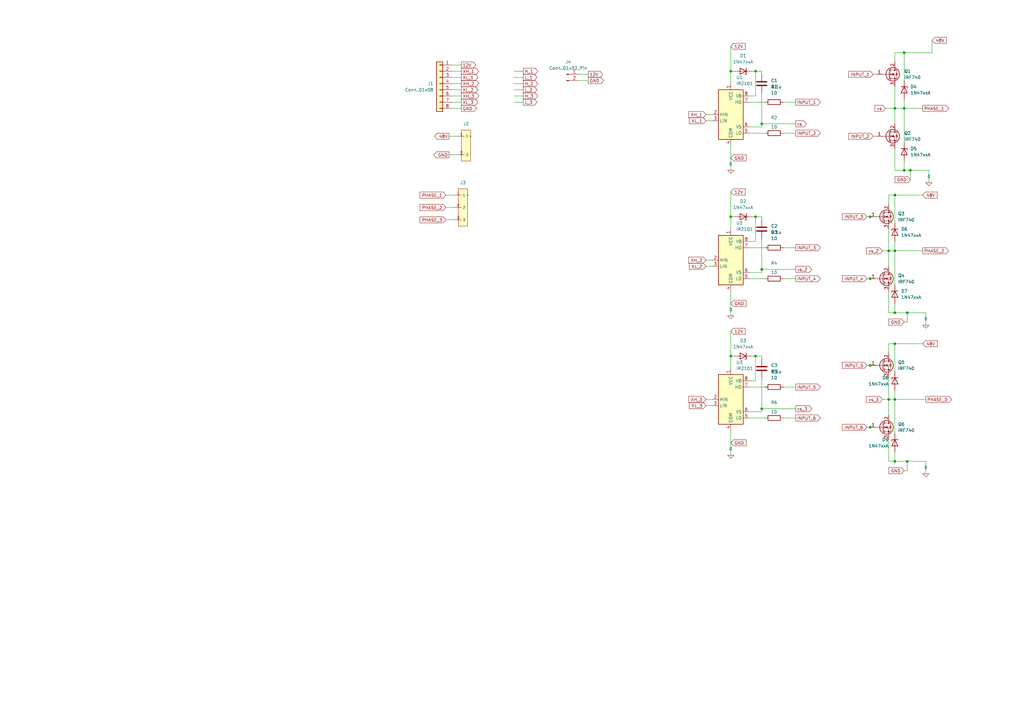
<source format=kicad_sch>
(kicad_sch
	(version 20231120)
	(generator "eeschema")
	(generator_version "8.0")
	(uuid "6b4b513c-8a5b-4ad9-9fba-61954970b61e")
	(paper "A3")
	(lib_symbols
		(symbol "Connector:Conn_01x02_Pin"
			(pin_names
				(offset 1.016) hide)
			(exclude_from_sim no)
			(in_bom yes)
			(on_board yes)
			(property "Reference" "J"
				(at 0 2.54 0)
				(effects
					(font
						(size 1.27 1.27)
					)
				)
			)
			(property "Value" "Conn_01x02_Pin"
				(at 0 -5.08 0)
				(effects
					(font
						(size 1.27 1.27)
					)
				)
			)
			(property "Footprint" ""
				(at 0 0 0)
				(effects
					(font
						(size 1.27 1.27)
					)
					(hide yes)
				)
			)
			(property "Datasheet" "~"
				(at 0 0 0)
				(effects
					(font
						(size 1.27 1.27)
					)
					(hide yes)
				)
			)
			(property "Description" "Generic connector, single row, 01x02, script generated"
				(at 0 0 0)
				(effects
					(font
						(size 1.27 1.27)
					)
					(hide yes)
				)
			)
			(property "ki_locked" ""
				(at 0 0 0)
				(effects
					(font
						(size 1.27 1.27)
					)
				)
			)
			(property "ki_keywords" "connector"
				(at 0 0 0)
				(effects
					(font
						(size 1.27 1.27)
					)
					(hide yes)
				)
			)
			(property "ki_fp_filters" "Connector*:*_1x??_*"
				(at 0 0 0)
				(effects
					(font
						(size 1.27 1.27)
					)
					(hide yes)
				)
			)
			(symbol "Conn_01x02_Pin_1_1"
				(polyline
					(pts
						(xy 1.27 -2.54) (xy 0.8636 -2.54)
					)
					(stroke
						(width 0.1524)
						(type default)
					)
					(fill
						(type none)
					)
				)
				(polyline
					(pts
						(xy 1.27 0) (xy 0.8636 0)
					)
					(stroke
						(width 0.1524)
						(type default)
					)
					(fill
						(type none)
					)
				)
				(rectangle
					(start 0.8636 -2.413)
					(end 0 -2.667)
					(stroke
						(width 0.1524)
						(type default)
					)
					(fill
						(type outline)
					)
				)
				(rectangle
					(start 0.8636 0.127)
					(end 0 -0.127)
					(stroke
						(width 0.1524)
						(type default)
					)
					(fill
						(type outline)
					)
				)
				(pin passive line
					(at 5.08 0 180)
					(length 3.81)
					(name "Pin_1"
						(effects
							(font
								(size 1.27 1.27)
							)
						)
					)
					(number "1"
						(effects
							(font
								(size 1.27 1.27)
							)
						)
					)
				)
				(pin passive line
					(at 5.08 -2.54 180)
					(length 3.81)
					(name "Pin_2"
						(effects
							(font
								(size 1.27 1.27)
							)
						)
					)
					(number "2"
						(effects
							(font
								(size 1.27 1.27)
							)
						)
					)
				)
			)
		)
		(symbol "Connector_Generic:Conn_01x08"
			(pin_names
				(offset 1.016) hide)
			(exclude_from_sim no)
			(in_bom yes)
			(on_board yes)
			(property "Reference" "J"
				(at 0 10.16 0)
				(effects
					(font
						(size 1.27 1.27)
					)
				)
			)
			(property "Value" "Conn_01x08"
				(at 0 -12.7 0)
				(effects
					(font
						(size 1.27 1.27)
					)
				)
			)
			(property "Footprint" ""
				(at 0 0 0)
				(effects
					(font
						(size 1.27 1.27)
					)
					(hide yes)
				)
			)
			(property "Datasheet" "~"
				(at 0 0 0)
				(effects
					(font
						(size 1.27 1.27)
					)
					(hide yes)
				)
			)
			(property "Description" "Generic connector, single row, 01x08, script generated (kicad-library-utils/schlib/autogen/connector/)"
				(at 0 0 0)
				(effects
					(font
						(size 1.27 1.27)
					)
					(hide yes)
				)
			)
			(property "ki_keywords" "connector"
				(at 0 0 0)
				(effects
					(font
						(size 1.27 1.27)
					)
					(hide yes)
				)
			)
			(property "ki_fp_filters" "Connector*:*_1x??_*"
				(at 0 0 0)
				(effects
					(font
						(size 1.27 1.27)
					)
					(hide yes)
				)
			)
			(symbol "Conn_01x08_1_1"
				(rectangle
					(start -1.27 -10.033)
					(end 0 -10.287)
					(stroke
						(width 0.1524)
						(type default)
					)
					(fill
						(type none)
					)
				)
				(rectangle
					(start -1.27 -7.493)
					(end 0 -7.747)
					(stroke
						(width 0.1524)
						(type default)
					)
					(fill
						(type none)
					)
				)
				(rectangle
					(start -1.27 -4.953)
					(end 0 -5.207)
					(stroke
						(width 0.1524)
						(type default)
					)
					(fill
						(type none)
					)
				)
				(rectangle
					(start -1.27 -2.413)
					(end 0 -2.667)
					(stroke
						(width 0.1524)
						(type default)
					)
					(fill
						(type none)
					)
				)
				(rectangle
					(start -1.27 0.127)
					(end 0 -0.127)
					(stroke
						(width 0.1524)
						(type default)
					)
					(fill
						(type none)
					)
				)
				(rectangle
					(start -1.27 2.667)
					(end 0 2.413)
					(stroke
						(width 0.1524)
						(type default)
					)
					(fill
						(type none)
					)
				)
				(rectangle
					(start -1.27 5.207)
					(end 0 4.953)
					(stroke
						(width 0.1524)
						(type default)
					)
					(fill
						(type none)
					)
				)
				(rectangle
					(start -1.27 7.747)
					(end 0 7.493)
					(stroke
						(width 0.1524)
						(type default)
					)
					(fill
						(type none)
					)
				)
				(rectangle
					(start -1.27 8.89)
					(end 1.27 -11.43)
					(stroke
						(width 0.254)
						(type default)
					)
					(fill
						(type background)
					)
				)
				(pin passive line
					(at -5.08 7.62 0)
					(length 3.81)
					(name "Pin_1"
						(effects
							(font
								(size 1.27 1.27)
							)
						)
					)
					(number "1"
						(effects
							(font
								(size 1.27 1.27)
							)
						)
					)
				)
				(pin passive line
					(at -5.08 5.08 0)
					(length 3.81)
					(name "Pin_2"
						(effects
							(font
								(size 1.27 1.27)
							)
						)
					)
					(number "2"
						(effects
							(font
								(size 1.27 1.27)
							)
						)
					)
				)
				(pin passive line
					(at -5.08 2.54 0)
					(length 3.81)
					(name "Pin_3"
						(effects
							(font
								(size 1.27 1.27)
							)
						)
					)
					(number "3"
						(effects
							(font
								(size 1.27 1.27)
							)
						)
					)
				)
				(pin passive line
					(at -5.08 0 0)
					(length 3.81)
					(name "Pin_4"
						(effects
							(font
								(size 1.27 1.27)
							)
						)
					)
					(number "4"
						(effects
							(font
								(size 1.27 1.27)
							)
						)
					)
				)
				(pin passive line
					(at -5.08 -2.54 0)
					(length 3.81)
					(name "Pin_5"
						(effects
							(font
								(size 1.27 1.27)
							)
						)
					)
					(number "5"
						(effects
							(font
								(size 1.27 1.27)
							)
						)
					)
				)
				(pin passive line
					(at -5.08 -5.08 0)
					(length 3.81)
					(name "Pin_6"
						(effects
							(font
								(size 1.27 1.27)
							)
						)
					)
					(number "6"
						(effects
							(font
								(size 1.27 1.27)
							)
						)
					)
				)
				(pin passive line
					(at -5.08 -7.62 0)
					(length 3.81)
					(name "Pin_7"
						(effects
							(font
								(size 1.27 1.27)
							)
						)
					)
					(number "7"
						(effects
							(font
								(size 1.27 1.27)
							)
						)
					)
				)
				(pin passive line
					(at -5.08 -10.16 0)
					(length 3.81)
					(name "Pin_8"
						(effects
							(font
								(size 1.27 1.27)
							)
						)
					)
					(number "8"
						(effects
							(font
								(size 1.27 1.27)
							)
						)
					)
				)
			)
		)
		(symbol "Device:C"
			(pin_numbers hide)
			(pin_names
				(offset 0.254)
			)
			(exclude_from_sim no)
			(in_bom yes)
			(on_board yes)
			(property "Reference" "C"
				(at 0.635 2.54 0)
				(effects
					(font
						(size 1.27 1.27)
					)
					(justify left)
				)
			)
			(property "Value" "C"
				(at 0.635 -2.54 0)
				(effects
					(font
						(size 1.27 1.27)
					)
					(justify left)
				)
			)
			(property "Footprint" ""
				(at 0.9652 -3.81 0)
				(effects
					(font
						(size 1.27 1.27)
					)
					(hide yes)
				)
			)
			(property "Datasheet" "~"
				(at 0 0 0)
				(effects
					(font
						(size 1.27 1.27)
					)
					(hide yes)
				)
			)
			(property "Description" "Unpolarized capacitor"
				(at 0 0 0)
				(effects
					(font
						(size 1.27 1.27)
					)
					(hide yes)
				)
			)
			(property "ki_keywords" "cap capacitor"
				(at 0 0 0)
				(effects
					(font
						(size 1.27 1.27)
					)
					(hide yes)
				)
			)
			(property "ki_fp_filters" "C_*"
				(at 0 0 0)
				(effects
					(font
						(size 1.27 1.27)
					)
					(hide yes)
				)
			)
			(symbol "C_0_1"
				(polyline
					(pts
						(xy -2.032 -0.762) (xy 2.032 -0.762)
					)
					(stroke
						(width 0.508)
						(type default)
					)
					(fill
						(type none)
					)
				)
				(polyline
					(pts
						(xy -2.032 0.762) (xy 2.032 0.762)
					)
					(stroke
						(width 0.508)
						(type default)
					)
					(fill
						(type none)
					)
				)
			)
			(symbol "C_1_1"
				(pin passive line
					(at 0 3.81 270)
					(length 2.794)
					(name "~"
						(effects
							(font
								(size 1.27 1.27)
							)
						)
					)
					(number "1"
						(effects
							(font
								(size 1.27 1.27)
							)
						)
					)
				)
				(pin passive line
					(at 0 -3.81 90)
					(length 2.794)
					(name "~"
						(effects
							(font
								(size 1.27 1.27)
							)
						)
					)
					(number "2"
						(effects
							(font
								(size 1.27 1.27)
							)
						)
					)
				)
			)
		)
		(symbol "Device:R"
			(pin_numbers hide)
			(pin_names
				(offset 0)
			)
			(exclude_from_sim no)
			(in_bom yes)
			(on_board yes)
			(property "Reference" "R"
				(at 2.032 0 90)
				(effects
					(font
						(size 1.27 1.27)
					)
				)
			)
			(property "Value" "R"
				(at 0 0 90)
				(effects
					(font
						(size 1.27 1.27)
					)
				)
			)
			(property "Footprint" ""
				(at -1.778 0 90)
				(effects
					(font
						(size 1.27 1.27)
					)
					(hide yes)
				)
			)
			(property "Datasheet" "~"
				(at 0 0 0)
				(effects
					(font
						(size 1.27 1.27)
					)
					(hide yes)
				)
			)
			(property "Description" "Resistor"
				(at 0 0 0)
				(effects
					(font
						(size 1.27 1.27)
					)
					(hide yes)
				)
			)
			(property "ki_keywords" "R res resistor"
				(at 0 0 0)
				(effects
					(font
						(size 1.27 1.27)
					)
					(hide yes)
				)
			)
			(property "ki_fp_filters" "R_*"
				(at 0 0 0)
				(effects
					(font
						(size 1.27 1.27)
					)
					(hide yes)
				)
			)
			(symbol "R_0_1"
				(rectangle
					(start -1.016 -2.54)
					(end 1.016 2.54)
					(stroke
						(width 0.254)
						(type default)
					)
					(fill
						(type none)
					)
				)
			)
			(symbol "R_1_1"
				(pin passive line
					(at 0 3.81 270)
					(length 1.27)
					(name "~"
						(effects
							(font
								(size 1.27 1.27)
							)
						)
					)
					(number "1"
						(effects
							(font
								(size 1.27 1.27)
							)
						)
					)
				)
				(pin passive line
					(at 0 -3.81 90)
					(length 1.27)
					(name "~"
						(effects
							(font
								(size 1.27 1.27)
							)
						)
					)
					(number "2"
						(effects
							(font
								(size 1.27 1.27)
							)
						)
					)
				)
			)
		)
		(symbol "Diode:1N47xxA"
			(pin_numbers hide)
			(pin_names hide)
			(exclude_from_sim no)
			(in_bom yes)
			(on_board yes)
			(property "Reference" "D"
				(at 0 2.54 0)
				(effects
					(font
						(size 1.27 1.27)
					)
				)
			)
			(property "Value" "1N47xxA"
				(at 0 -2.54 0)
				(effects
					(font
						(size 1.27 1.27)
					)
				)
			)
			(property "Footprint" "Diode_THT:D_DO-41_SOD81_P10.16mm_Horizontal"
				(at 0 -4.445 0)
				(effects
					(font
						(size 1.27 1.27)
					)
					(hide yes)
				)
			)
			(property "Datasheet" "https://www.vishay.com/docs/85816/1n4728a.pdf"
				(at 0 0 0)
				(effects
					(font
						(size 1.27 1.27)
					)
					(hide yes)
				)
			)
			(property "Description" "1300mW Silicon planar power Zener diodes, DO-41"
				(at 0 0 0)
				(effects
					(font
						(size 1.27 1.27)
					)
					(hide yes)
				)
			)
			(property "ki_keywords" "zener diode"
				(at 0 0 0)
				(effects
					(font
						(size 1.27 1.27)
					)
					(hide yes)
				)
			)
			(property "ki_fp_filters" "D*DO?41*"
				(at 0 0 0)
				(effects
					(font
						(size 1.27 1.27)
					)
					(hide yes)
				)
			)
			(symbol "1N47xxA_0_1"
				(polyline
					(pts
						(xy 1.27 0) (xy -1.27 0)
					)
					(stroke
						(width 0)
						(type default)
					)
					(fill
						(type none)
					)
				)
				(polyline
					(pts
						(xy -1.27 -1.27) (xy -1.27 1.27) (xy -0.762 1.27)
					)
					(stroke
						(width 0.254)
						(type default)
					)
					(fill
						(type none)
					)
				)
				(polyline
					(pts
						(xy 1.27 -1.27) (xy 1.27 1.27) (xy -1.27 0) (xy 1.27 -1.27)
					)
					(stroke
						(width 0.254)
						(type default)
					)
					(fill
						(type none)
					)
				)
			)
			(symbol "1N47xxA_1_1"
				(pin passive line
					(at -3.81 0 0)
					(length 2.54)
					(name "K"
						(effects
							(font
								(size 1.27 1.27)
							)
						)
					)
					(number "1"
						(effects
							(font
								(size 1.27 1.27)
							)
						)
					)
				)
				(pin passive line
					(at 3.81 0 180)
					(length 2.54)
					(name "A"
						(effects
							(font
								(size 1.27 1.27)
							)
						)
					)
					(number "2"
						(effects
							(font
								(size 1.27 1.27)
							)
						)
					)
				)
			)
		)
		(symbol "Driver_FET:IR2101"
			(exclude_from_sim no)
			(in_bom yes)
			(on_board yes)
			(property "Reference" "U"
				(at 1.27 13.335 0)
				(effects
					(font
						(size 1.27 1.27)
					)
					(justify left)
				)
			)
			(property "Value" "IR2101"
				(at 1.27 11.43 0)
				(effects
					(font
						(size 1.27 1.27)
					)
					(justify left)
				)
			)
			(property "Footprint" ""
				(at 0 0 0)
				(effects
					(font
						(size 1.27 1.27)
						(italic yes)
					)
					(hide yes)
				)
			)
			(property "Datasheet" "https://www.infineon.com/dgdl/ir2101.pdf?fileId=5546d462533600a4015355c7a755166c"
				(at 0 0 0)
				(effects
					(font
						(size 1.27 1.27)
					)
					(hide yes)
				)
			)
			(property "Description" "High and Low Side Driver, 600V, 210/360mA, PDIP-8/SOIC-8"
				(at 0 0 0)
				(effects
					(font
						(size 1.27 1.27)
					)
					(hide yes)
				)
			)
			(property "ki_keywords" "Gate Driver"
				(at 0 0 0)
				(effects
					(font
						(size 1.27 1.27)
					)
					(hide yes)
				)
			)
			(property "ki_fp_filters" "SOIC*3.9x4.9mm*P1.27mm* DIP*W7.62mm*"
				(at 0 0 0)
				(effects
					(font
						(size 1.27 1.27)
					)
					(hide yes)
				)
			)
			(symbol "IR2101_0_1"
				(rectangle
					(start -5.08 -10.16)
					(end 5.08 10.16)
					(stroke
						(width 0.254)
						(type default)
					)
					(fill
						(type background)
					)
				)
			)
			(symbol "IR2101_1_1"
				(pin power_in line
					(at 0 12.7 270)
					(length 2.54)
					(name "VCC"
						(effects
							(font
								(size 1.27 1.27)
							)
						)
					)
					(number "1"
						(effects
							(font
								(size 1.27 1.27)
							)
						)
					)
				)
				(pin input line
					(at -7.62 0 0)
					(length 2.54)
					(name "HIN"
						(effects
							(font
								(size 1.27 1.27)
							)
						)
					)
					(number "2"
						(effects
							(font
								(size 1.27 1.27)
							)
						)
					)
				)
				(pin input line
					(at -7.62 -2.54 0)
					(length 2.54)
					(name "LIN"
						(effects
							(font
								(size 1.27 1.27)
							)
						)
					)
					(number "3"
						(effects
							(font
								(size 1.27 1.27)
							)
						)
					)
				)
				(pin power_in line
					(at 0 -12.7 90)
					(length 2.54)
					(name "COM"
						(effects
							(font
								(size 1.27 1.27)
							)
						)
					)
					(number "4"
						(effects
							(font
								(size 1.27 1.27)
							)
						)
					)
				)
				(pin output line
					(at 7.62 -7.62 180)
					(length 2.54)
					(name "LO"
						(effects
							(font
								(size 1.27 1.27)
							)
						)
					)
					(number "5"
						(effects
							(font
								(size 1.27 1.27)
							)
						)
					)
				)
				(pin passive line
					(at 7.62 -5.08 180)
					(length 2.54)
					(name "VS"
						(effects
							(font
								(size 1.27 1.27)
							)
						)
					)
					(number "6"
						(effects
							(font
								(size 1.27 1.27)
							)
						)
					)
				)
				(pin output line
					(at 7.62 5.08 180)
					(length 2.54)
					(name "HO"
						(effects
							(font
								(size 1.27 1.27)
							)
						)
					)
					(number "7"
						(effects
							(font
								(size 1.27 1.27)
							)
						)
					)
				)
				(pin passive line
					(at 7.62 7.62 180)
					(length 2.54)
					(name "VB"
						(effects
							(font
								(size 1.27 1.27)
							)
						)
					)
					(number "8"
						(effects
							(font
								(size 1.27 1.27)
							)
						)
					)
				)
			)
		)
		(symbol "New_Library:1X2 KLEMENS"
			(exclude_from_sim no)
			(in_bom yes)
			(on_board yes)
			(property "Reference" "J"
				(at 2.54 -12.7 0)
				(effects
					(font
						(size 1.27 1.27)
					)
				)
			)
			(property "Value" ""
				(at 0 0 0)
				(effects
					(font
						(size 1.27 1.27)
					)
				)
			)
			(property "Footprint" ""
				(at 0 0 0)
				(effects
					(font
						(size 1.27 1.27)
					)
					(hide yes)
				)
			)
			(property "Datasheet" ""
				(at 0 0 0)
				(effects
					(font
						(size 1.27 1.27)
					)
					(hide yes)
				)
			)
			(property "Description" ""
				(at 0 0 0)
				(effects
					(font
						(size 1.27 1.27)
					)
					(hide yes)
				)
			)
			(symbol "1X2 KLEMENS_1_1"
				(rectangle
					(start 0 2.54)
					(end 3.81 -10.16)
					(stroke
						(width 0)
						(type default)
					)
					(fill
						(type background)
					)
				)
				(pin output line
					(at 5.08 0 180)
					(length 2.54)
					(name "1"
						(effects
							(font
								(size 1 1)
							)
						)
					)
					(number "1"
						(effects
							(font
								(size 1 1)
							)
						)
					)
				)
				(pin output line
					(at 5.08 -7.62 180)
					(length 2.54)
					(name "2"
						(effects
							(font
								(size 1 1)
							)
						)
					)
					(number "2"
						(effects
							(font
								(size 1 1)
							)
						)
					)
				)
			)
		)
		(symbol "New_Library:1X3 KLEMENS"
			(exclude_from_sim no)
			(in_bom yes)
			(on_board yes)
			(property "Reference" "J"
				(at -1.27 -12.7 0)
				(effects
					(font
						(size 1.27 1.27)
					)
				)
			)
			(property "Value" ""
				(at 0 0 0)
				(effects
					(font
						(size 1.27 1.27)
					)
				)
			)
			(property "Footprint" ""
				(at 0 0 0)
				(effects
					(font
						(size 1.27 1.27)
					)
					(hide yes)
				)
			)
			(property "Datasheet" ""
				(at 0 0 0)
				(effects
					(font
						(size 1.27 1.27)
					)
					(hide yes)
				)
			)
			(property "Description" ""
				(at 0 0 0)
				(effects
					(font
						(size 1.27 1.27)
					)
					(hide yes)
				)
			)
			(symbol "1X3 KLEMENS_1_1"
				(rectangle
					(start 0 2.54)
					(end 3.81 -12.7)
					(stroke
						(width 0)
						(type default)
					)
					(fill
						(type background)
					)
				)
				(pin output line
					(at 5.08 0 180)
					(length 2.54)
					(name "1"
						(effects
							(font
								(size 1 1)
							)
						)
					)
					(number "1"
						(effects
							(font
								(size 1 1)
							)
						)
					)
				)
				(pin output line
					(at 5.08 -5.08 180)
					(length 2.54)
					(name "2"
						(effects
							(font
								(size 1 1)
							)
						)
					)
					(number "2"
						(effects
							(font
								(size 1 1)
							)
						)
					)
				)
				(pin output line
					(at 5.08 -10.16 180)
					(length 2.54)
					(name "3"
						(effects
							(font
								(size 1 1)
							)
						)
					)
					(number "3"
						(effects
							(font
								(size 1 1)
							)
						)
					)
				)
			)
		)
		(symbol "Simulation_SPICE:0"
			(power)
			(pin_names
				(offset 0)
			)
			(exclude_from_sim no)
			(in_bom yes)
			(on_board yes)
			(property "Reference" "#GND"
				(at 0 -2.54 0)
				(effects
					(font
						(size 1.27 1.27)
					)
					(hide yes)
				)
			)
			(property "Value" "0"
				(at 0 -1.778 0)
				(effects
					(font
						(size 1.27 1.27)
					)
				)
			)
			(property "Footprint" ""
				(at 0 0 0)
				(effects
					(font
						(size 1.27 1.27)
					)
					(hide yes)
				)
			)
			(property "Datasheet" "~"
				(at 0 0 0)
				(effects
					(font
						(size 1.27 1.27)
					)
					(hide yes)
				)
			)
			(property "Description" "0V reference potential for simulation"
				(at 0 0 0)
				(effects
					(font
						(size 1.27 1.27)
					)
					(hide yes)
				)
			)
			(property "ki_keywords" "simulation"
				(at 0 0 0)
				(effects
					(font
						(size 1.27 1.27)
					)
					(hide yes)
				)
			)
			(symbol "0_0_1"
				(polyline
					(pts
						(xy -1.27 0) (xy 0 -1.27) (xy 1.27 0) (xy -1.27 0)
					)
					(stroke
						(width 0)
						(type default)
					)
					(fill
						(type none)
					)
				)
			)
			(symbol "0_1_1"
				(pin power_in line
					(at 0 0 0)
					(length 0) hide
					(name "0"
						(effects
							(font
								(size 1.016 1.016)
							)
						)
					)
					(number "1"
						(effects
							(font
								(size 1.016 1.016)
							)
						)
					)
				)
			)
		)
		(symbol "Transistor_FET:IRF740"
			(pin_names hide)
			(exclude_from_sim no)
			(in_bom yes)
			(on_board yes)
			(property "Reference" "Q"
				(at 5.08 1.905 0)
				(effects
					(font
						(size 1.27 1.27)
					)
					(justify left)
				)
			)
			(property "Value" "IRF740"
				(at 5.08 0 0)
				(effects
					(font
						(size 1.27 1.27)
					)
					(justify left)
				)
			)
			(property "Footprint" "Package_TO_SOT_THT:TO-220-3_Vertical"
				(at 5.08 -1.905 0)
				(effects
					(font
						(size 1.27 1.27)
						(italic yes)
					)
					(justify left)
					(hide yes)
				)
			)
			(property "Datasheet" "http://www.vishay.com/docs/91054/91054.pdf"
				(at 5.08 -3.81 0)
				(effects
					(font
						(size 1.27 1.27)
					)
					(justify left)
					(hide yes)
				)
			)
			(property "Description" "10A Id, 400V Vds, N-Channel Power MOSFET, 500mOhm Rds, TO-220AB"
				(at 0 0 0)
				(effects
					(font
						(size 1.27 1.27)
					)
					(hide yes)
				)
			)
			(property "ki_keywords" "N Channel"
				(at 0 0 0)
				(effects
					(font
						(size 1.27 1.27)
					)
					(hide yes)
				)
			)
			(property "ki_fp_filters" "TO?220*"
				(at 0 0 0)
				(effects
					(font
						(size 1.27 1.27)
					)
					(hide yes)
				)
			)
			(symbol "IRF740_0_1"
				(polyline
					(pts
						(xy 0.254 0) (xy -2.54 0)
					)
					(stroke
						(width 0)
						(type default)
					)
					(fill
						(type none)
					)
				)
				(polyline
					(pts
						(xy 0.254 1.905) (xy 0.254 -1.905)
					)
					(stroke
						(width 0.254)
						(type default)
					)
					(fill
						(type none)
					)
				)
				(polyline
					(pts
						(xy 0.762 -1.27) (xy 0.762 -2.286)
					)
					(stroke
						(width 0.254)
						(type default)
					)
					(fill
						(type none)
					)
				)
				(polyline
					(pts
						(xy 0.762 0.508) (xy 0.762 -0.508)
					)
					(stroke
						(width 0.254)
						(type default)
					)
					(fill
						(type none)
					)
				)
				(polyline
					(pts
						(xy 0.762 2.286) (xy 0.762 1.27)
					)
					(stroke
						(width 0.254)
						(type default)
					)
					(fill
						(type none)
					)
				)
				(polyline
					(pts
						(xy 2.54 2.54) (xy 2.54 1.778)
					)
					(stroke
						(width 0)
						(type default)
					)
					(fill
						(type none)
					)
				)
				(polyline
					(pts
						(xy 2.54 -2.54) (xy 2.54 0) (xy 0.762 0)
					)
					(stroke
						(width 0)
						(type default)
					)
					(fill
						(type none)
					)
				)
				(polyline
					(pts
						(xy 0.762 -1.778) (xy 3.302 -1.778) (xy 3.302 1.778) (xy 0.762 1.778)
					)
					(stroke
						(width 0)
						(type default)
					)
					(fill
						(type none)
					)
				)
				(polyline
					(pts
						(xy 1.016 0) (xy 2.032 0.381) (xy 2.032 -0.381) (xy 1.016 0)
					)
					(stroke
						(width 0)
						(type default)
					)
					(fill
						(type outline)
					)
				)
				(polyline
					(pts
						(xy 2.794 0.508) (xy 2.921 0.381) (xy 3.683 0.381) (xy 3.81 0.254)
					)
					(stroke
						(width 0)
						(type default)
					)
					(fill
						(type none)
					)
				)
				(polyline
					(pts
						(xy 3.302 0.381) (xy 2.921 -0.254) (xy 3.683 -0.254) (xy 3.302 0.381)
					)
					(stroke
						(width 0)
						(type default)
					)
					(fill
						(type none)
					)
				)
				(circle
					(center 1.651 0)
					(radius 2.794)
					(stroke
						(width 0.254)
						(type default)
					)
					(fill
						(type none)
					)
				)
				(circle
					(center 2.54 -1.778)
					(radius 0.254)
					(stroke
						(width 0)
						(type default)
					)
					(fill
						(type outline)
					)
				)
				(circle
					(center 2.54 1.778)
					(radius 0.254)
					(stroke
						(width 0)
						(type default)
					)
					(fill
						(type outline)
					)
				)
			)
			(symbol "IRF740_1_1"
				(pin input line
					(at -5.08 0 0)
					(length 2.54)
					(name "G"
						(effects
							(font
								(size 1.27 1.27)
							)
						)
					)
					(number "1"
						(effects
							(font
								(size 1.27 1.27)
							)
						)
					)
				)
				(pin passive line
					(at 2.54 5.08 270)
					(length 2.54)
					(name "D"
						(effects
							(font
								(size 1.27 1.27)
							)
						)
					)
					(number "2"
						(effects
							(font
								(size 1.27 1.27)
							)
						)
					)
				)
				(pin passive line
					(at 2.54 -5.08 90)
					(length 2.54)
					(name "S"
						(effects
							(font
								(size 1.27 1.27)
							)
						)
					)
					(number "3"
						(effects
							(font
								(size 1.27 1.27)
							)
						)
					)
				)
			)
		)
	)
	(junction
		(at 299.72 88.9)
		(diameter 0)
		(color 0 0 0 0)
		(uuid "1a7d81ed-273f-4761-b9d4-9a9a0ac6504a")
	)
	(junction
		(at 356.87 175.26)
		(diameter 0)
		(color 0 0 0 0)
		(uuid "1c511617-6509-4bc1-b49e-5e7997c73039")
	)
	(junction
		(at 370.84 44.45)
		(diameter 0)
		(color 0 0 0 0)
		(uuid "1c55a751-177d-4677-8128-47aff25a54bf")
	)
	(junction
		(at 356.87 114.3)
		(diameter 0)
		(color 0 0 0 0)
		(uuid "250ae7b3-13fb-4d78-ba19-86a0d0704996")
	)
	(junction
		(at 312.42 50.8)
		(diameter 0)
		(color 0 0 0 0)
		(uuid "28333fd1-f2f8-4f9e-8f30-501bf03ba74a")
	)
	(junction
		(at 367.03 80.01)
		(diameter 0)
		(color 0 0 0 0)
		(uuid "34704df7-9631-4898-9ca2-02f4e273eefd")
	)
	(junction
		(at 309.88 29.21)
		(diameter 0)
		(color 0 0 0 0)
		(uuid "37cf68f5-17bb-4f84-b76d-b6c13477f475")
	)
	(junction
		(at 372.11 128.27)
		(diameter 0)
		(color 0 0 0 0)
		(uuid "3a500032-79e4-49d1-b8ed-a2c17ff5e544")
	)
	(junction
		(at 312.42 167.64)
		(diameter 0)
		(color 0 0 0 0)
		(uuid "64518d21-9c8b-4ce5-bd13-0d0307e0d60a")
	)
	(junction
		(at 367.03 128.27)
		(diameter 0)
		(color 0 0 0 0)
		(uuid "65d0d25b-ef82-4c48-9979-0c949f0a9b80")
	)
	(junction
		(at 364.49 163.83)
		(diameter 0)
		(color 0 0 0 0)
		(uuid "6dd9d9ea-069e-405e-9d0d-3cf0b77b71b1")
	)
	(junction
		(at 367.03 163.83)
		(diameter 0)
		(color 0 0 0 0)
		(uuid "70d7c5c1-1ba3-4dff-8681-e9eb2ed89e51")
	)
	(junction
		(at 373.38 69.85)
		(diameter 0)
		(color 0 0 0 0)
		(uuid "82cc40c0-7a22-42da-a990-9c33bdf54f7d")
	)
	(junction
		(at 364.49 102.87)
		(diameter 0)
		(color 0 0 0 0)
		(uuid "8ce4412f-8b1e-451f-a0a7-b7a52dcd13fa")
	)
	(junction
		(at 370.84 69.85)
		(diameter 0)
		(color 0 0 0 0)
		(uuid "99eaff32-565e-4292-b3f1-eff234e39d95")
	)
	(junction
		(at 367.03 44.45)
		(diameter 0)
		(color 0 0 0 0)
		(uuid "9b02fb6a-efb8-4ce9-b84f-9b464d6c47fa")
	)
	(junction
		(at 356.87 88.9)
		(diameter 0)
		(color 0 0 0 0)
		(uuid "a34de8ca-a9f3-4259-9eff-bceed7cfed49")
	)
	(junction
		(at 356.87 149.86)
		(diameter 0)
		(color 0 0 0 0)
		(uuid "b00135f8-e9db-4230-8af3-5be6554e550f")
	)
	(junction
		(at 367.03 189.23)
		(diameter 0)
		(color 0 0 0 0)
		(uuid "b10f65c5-8010-4d82-bc03-ae2fe9a66793")
	)
	(junction
		(at 370.84 21.59)
		(diameter 0)
		(color 0 0 0 0)
		(uuid "be9787f6-1975-42cc-a915-44267b7f5202")
	)
	(junction
		(at 309.88 88.9)
		(diameter 0)
		(color 0 0 0 0)
		(uuid "c54b7076-b6eb-4394-9bb4-6dc9a5bd24db")
	)
	(junction
		(at 367.03 140.97)
		(diameter 0)
		(color 0 0 0 0)
		(uuid "cfe551ee-cf37-4d5a-842f-ce9eb2066ee1")
	)
	(junction
		(at 299.72 146.05)
		(diameter 0)
		(color 0 0 0 0)
		(uuid "d311313d-bb05-4328-b98f-46777fff2432")
	)
	(junction
		(at 372.11 189.23)
		(diameter 0)
		(color 0 0 0 0)
		(uuid "d534a2d0-59d1-4afd-841a-83eb32f9bb36")
	)
	(junction
		(at 309.88 146.05)
		(diameter 0)
		(color 0 0 0 0)
		(uuid "e78db8a2-4169-41f3-9fb5-ebb959edc701")
	)
	(junction
		(at 312.42 110.49)
		(diameter 0)
		(color 0 0 0 0)
		(uuid "f9446cd5-a1c0-4e83-8d59-3d2cb00e81be")
	)
	(junction
		(at 299.72 29.21)
		(diameter 0)
		(color 0 0 0 0)
		(uuid "fc747236-7f10-4128-8fff-b519bc003cc3")
	)
	(junction
		(at 367.03 102.87)
		(diameter 0)
		(color 0 0 0 0)
		(uuid "fcd5adf4-1a1b-494b-9be1-8d7d3d4c5015")
	)
	(wire
		(pts
			(xy 307.34 41.91) (xy 313.69 41.91)
		)
		(stroke
			(width 0)
			(type default)
		)
		(uuid "02e5e3a5-a3c7-41d9-89d2-61b736ea9915")
	)
	(wire
		(pts
			(xy 367.03 163.83) (xy 364.49 163.83)
		)
		(stroke
			(width 0)
			(type default)
		)
		(uuid "03423219-457d-41f9-9420-b49ea97c7947")
	)
	(wire
		(pts
			(xy 364.49 102.87) (xy 361.95 102.87)
		)
		(stroke
			(width 0)
			(type default)
		)
		(uuid "04305314-3298-408a-96ad-7f3fb1d4e97e")
	)
	(wire
		(pts
			(xy 321.31 158.75) (xy 326.39 158.75)
		)
		(stroke
			(width 0)
			(type default)
		)
		(uuid "079e8655-a0a2-4484-9956-f25dc84bc92b")
	)
	(wire
		(pts
			(xy 299.72 78.74) (xy 299.72 88.9)
		)
		(stroke
			(width 0)
			(type default)
		)
		(uuid "08289f79-ef8c-406d-8f97-9bc0328aabef")
	)
	(wire
		(pts
			(xy 307.34 99.06) (xy 309.88 99.06)
		)
		(stroke
			(width 0)
			(type default)
		)
		(uuid "083ed523-c541-4918-941b-4a2aeaf79b6d")
	)
	(wire
		(pts
			(xy 364.49 128.27) (xy 364.49 119.38)
		)
		(stroke
			(width 0)
			(type default)
		)
		(uuid "09a7d5c8-55c4-4da6-884f-fd04b4197af6")
	)
	(wire
		(pts
			(xy 372.11 193.04) (xy 372.11 189.23)
		)
		(stroke
			(width 0)
			(type default)
		)
		(uuid "0a764078-a3cc-4a0e-803a-530cb25b870e")
	)
	(wire
		(pts
			(xy 364.49 154.94) (xy 364.49 163.83)
		)
		(stroke
			(width 0)
			(type default)
		)
		(uuid "0aa12e00-9cc6-4d46-881b-d35e0abaf934")
	)
	(wire
		(pts
			(xy 309.88 88.9) (xy 308.61 88.9)
		)
		(stroke
			(width 0)
			(type default)
		)
		(uuid "0aba48a7-f728-4b9f-b3c6-2ad00f74b7fe")
	)
	(wire
		(pts
			(xy 210.82 41.91) (xy 214.63 41.91)
		)
		(stroke
			(width 0)
			(type default)
		)
		(uuid "0b4c3fae-e83b-466c-a083-b14baeb81efe")
	)
	(wire
		(pts
			(xy 360.68 149.86) (xy 356.87 149.86)
		)
		(stroke
			(width 0)
			(type default)
		)
		(uuid "0c929714-6d86-4b4d-ac5b-a6b466f69cfa")
	)
	(wire
		(pts
			(xy 307.34 52.07) (xy 312.42 52.07)
		)
		(stroke
			(width 0)
			(type default)
		)
		(uuid "0cee6b6e-8dc7-4117-a8c7-9345d892ac95")
	)
	(wire
		(pts
			(xy 370.84 132.08) (xy 372.11 132.08)
		)
		(stroke
			(width 0)
			(type default)
		)
		(uuid "0dec5402-2636-4d30-a72b-8dc5b0f60c05")
	)
	(wire
		(pts
			(xy 312.42 29.21) (xy 309.88 29.21)
		)
		(stroke
			(width 0)
			(type default)
		)
		(uuid "0f50155e-1f2f-4ad6-863f-a3f503776355")
	)
	(wire
		(pts
			(xy 309.88 99.06) (xy 309.88 88.9)
		)
		(stroke
			(width 0)
			(type default)
		)
		(uuid "0fd28a70-0748-4e3c-8d2d-f6f125b00332")
	)
	(wire
		(pts
			(xy 367.03 163.83) (xy 367.03 177.8)
		)
		(stroke
			(width 0)
			(type default)
		)
		(uuid "1334e9be-ce87-431d-a7be-282abae06039")
	)
	(wire
		(pts
			(xy 299.72 119.38) (xy 299.72 129.54)
		)
		(stroke
			(width 0)
			(type default)
		)
		(uuid "13742d05-5048-4c68-9bf4-6bf868204ad3")
	)
	(wire
		(pts
			(xy 379.73 128.27) (xy 372.11 128.27)
		)
		(stroke
			(width 0)
			(type default)
		)
		(uuid "14533696-f1c4-4f59-8256-b90e18cb63f7")
	)
	(wire
		(pts
			(xy 289.56 46.99) (xy 292.1 46.99)
		)
		(stroke
			(width 0)
			(type default)
		)
		(uuid "150539bc-9ebd-4fb0-9e73-5f92e814ebe5")
	)
	(wire
		(pts
			(xy 312.42 167.64) (xy 312.42 154.94)
		)
		(stroke
			(width 0)
			(type default)
		)
		(uuid "16e26b3a-03e4-4c10-bace-b16b7558d3db")
	)
	(wire
		(pts
			(xy 307.34 156.21) (xy 309.88 156.21)
		)
		(stroke
			(width 0)
			(type default)
		)
		(uuid "183c60c7-7e28-492b-8f21-fd5d2f6723dc")
	)
	(wire
		(pts
			(xy 210.82 34.29) (xy 214.63 34.29)
		)
		(stroke
			(width 0)
			(type default)
		)
		(uuid "1aae70e2-9ffa-46de-a0cd-4bfe5acd4db3")
	)
	(wire
		(pts
			(xy 358.14 55.88) (xy 359.41 55.88)
		)
		(stroke
			(width 0)
			(type default)
		)
		(uuid "1b5045b4-44c0-4b86-a1d9-97daee099f55")
	)
	(wire
		(pts
			(xy 185.42 26.67) (xy 189.23 26.67)
		)
		(stroke
			(width 0)
			(type default)
		)
		(uuid "1db58ff4-0411-43e6-a261-5fbf0147b25f")
	)
	(wire
		(pts
			(xy 367.03 160.02) (xy 367.03 163.83)
		)
		(stroke
			(width 0)
			(type default)
		)
		(uuid "1dc0efa6-aa2d-4493-978c-a3f13d82f54d")
	)
	(wire
		(pts
			(xy 364.49 102.87) (xy 364.49 109.22)
		)
		(stroke
			(width 0)
			(type default)
		)
		(uuid "1df4a294-cf33-4880-ad10-5d2dcd975ba9")
	)
	(wire
		(pts
			(xy 299.72 146.05) (xy 300.99 146.05)
		)
		(stroke
			(width 0)
			(type default)
		)
		(uuid "21758b94-df2c-405b-ad80-7820f6fc2923")
	)
	(wire
		(pts
			(xy 182.88 90.17) (xy 186.69 90.17)
		)
		(stroke
			(width 0)
			(type default)
		)
		(uuid "229f4159-7178-4dab-845f-0ead51200fb5")
	)
	(wire
		(pts
			(xy 360.68 88.9) (xy 356.87 88.9)
		)
		(stroke
			(width 0)
			(type default)
		)
		(uuid "240f0472-d7b5-4366-894f-1bf12984a311")
	)
	(wire
		(pts
			(xy 363.22 44.45) (xy 367.03 44.45)
		)
		(stroke
			(width 0)
			(type default)
		)
		(uuid "2481f4f5-2986-4d2c-b8b4-fea7bee81c45")
	)
	(wire
		(pts
			(xy 321.31 114.3) (xy 326.39 114.3)
		)
		(stroke
			(width 0)
			(type default)
		)
		(uuid "29a27d72-ced6-4864-b279-847d96ff6e98")
	)
	(wire
		(pts
			(xy 381 69.85) (xy 381 74.93)
		)
		(stroke
			(width 0)
			(type default)
		)
		(uuid "29e6bd69-a84f-4654-b16f-61a97c6ed545")
	)
	(wire
		(pts
			(xy 379.73 128.27) (xy 379.73 133.35)
		)
		(stroke
			(width 0)
			(type default)
		)
		(uuid "2adf1ede-4929-4825-bf6a-e75a4e411184")
	)
	(wire
		(pts
			(xy 237.49 30.48) (xy 241.3 30.48)
		)
		(stroke
			(width 0)
			(type default)
		)
		(uuid "2cd96759-429c-4540-bef3-2842c3d7a3c3")
	)
	(wire
		(pts
			(xy 299.72 88.9) (xy 300.99 88.9)
		)
		(stroke
			(width 0)
			(type default)
		)
		(uuid "2fd58ce6-9671-452d-8bd9-727fe6def1fe")
	)
	(wire
		(pts
			(xy 370.84 21.59) (xy 370.84 33.02)
		)
		(stroke
			(width 0)
			(type default)
		)
		(uuid "30891be3-2e43-419d-9c21-ed680048d736")
	)
	(wire
		(pts
			(xy 312.42 110.49) (xy 326.39 110.49)
		)
		(stroke
			(width 0)
			(type default)
		)
		(uuid "31746494-7106-4b06-b8cb-fc57033594eb")
	)
	(wire
		(pts
			(xy 367.03 80.01) (xy 364.49 80.01)
		)
		(stroke
			(width 0)
			(type default)
		)
		(uuid "3274e0d4-ed26-48be-b443-ee2299065f4f")
	)
	(wire
		(pts
			(xy 312.42 88.9) (xy 309.88 88.9)
		)
		(stroke
			(width 0)
			(type default)
		)
		(uuid "34eea13b-ee50-467e-96a7-4b95c78c1c0d")
	)
	(wire
		(pts
			(xy 289.56 109.22) (xy 292.1 109.22)
		)
		(stroke
			(width 0)
			(type default)
		)
		(uuid "35acd9bf-6a6c-4a79-9be6-a167de394223")
	)
	(wire
		(pts
			(xy 312.42 147.32) (xy 312.42 146.05)
		)
		(stroke
			(width 0)
			(type default)
		)
		(uuid "39b763a4-7265-4222-84a3-c8140a81c6f7")
	)
	(wire
		(pts
			(xy 370.84 40.64) (xy 370.84 44.45)
		)
		(stroke
			(width 0)
			(type default)
		)
		(uuid "3c406bdb-44d6-4b77-9f63-9676c7583ad7")
	)
	(wire
		(pts
			(xy 367.03 80.01) (xy 367.03 91.44)
		)
		(stroke
			(width 0)
			(type default)
		)
		(uuid "3d64fbae-db9a-47b7-81ec-1dc642fee2a8")
	)
	(wire
		(pts
			(xy 184.15 55.88) (xy 187.96 55.88)
		)
		(stroke
			(width 0)
			(type default)
		)
		(uuid "3f433236-d334-455b-8d1a-2e35ffe9cbe2")
	)
	(wire
		(pts
			(xy 312.42 30.48) (xy 312.42 29.21)
		)
		(stroke
			(width 0)
			(type default)
		)
		(uuid "3f6bd829-d009-4e4f-a5b5-2ec14247b43f")
	)
	(wire
		(pts
			(xy 367.03 99.06) (xy 367.03 102.87)
		)
		(stroke
			(width 0)
			(type default)
		)
		(uuid "3fbf5956-ae28-4cd6-83b7-96d22f55a07e")
	)
	(wire
		(pts
			(xy 185.42 39.37) (xy 189.23 39.37)
		)
		(stroke
			(width 0)
			(type default)
		)
		(uuid "40e7a8e6-82c6-4d67-a1a1-86084e1a5b83")
	)
	(wire
		(pts
			(xy 289.56 163.83) (xy 292.1 163.83)
		)
		(stroke
			(width 0)
			(type default)
		)
		(uuid "418565d8-dbae-4f13-8489-4390f29d9bd6")
	)
	(wire
		(pts
			(xy 184.15 63.5) (xy 187.96 63.5)
		)
		(stroke
			(width 0)
			(type default)
		)
		(uuid "41983dbe-dadd-437e-ad47-6e950a198758")
	)
	(wire
		(pts
			(xy 299.72 29.21) (xy 300.99 29.21)
		)
		(stroke
			(width 0)
			(type default)
		)
		(uuid "419fb611-fa0b-446d-aa81-c2a1b8c53f43")
	)
	(wire
		(pts
			(xy 299.72 151.13) (xy 299.72 146.05)
		)
		(stroke
			(width 0)
			(type default)
		)
		(uuid "42145904-6106-4da5-a417-7e75ee8c30f0")
	)
	(wire
		(pts
			(xy 312.42 110.49) (xy 312.42 97.79)
		)
		(stroke
			(width 0)
			(type default)
		)
		(uuid "421877dc-4d6e-4906-b3c0-1cf8a2827dce")
	)
	(wire
		(pts
			(xy 185.42 29.21) (xy 189.23 29.21)
		)
		(stroke
			(width 0)
			(type default)
		)
		(uuid "426cb091-3bc9-4bd6-b537-161c9c1925c5")
	)
	(wire
		(pts
			(xy 364.49 189.23) (xy 364.49 180.34)
		)
		(stroke
			(width 0)
			(type default)
		)
		(uuid "42c8b644-90b1-494e-b3f3-35ad75387a2d")
	)
	(wire
		(pts
			(xy 367.03 25.4) (xy 367.03 21.59)
		)
		(stroke
			(width 0)
			(type default)
		)
		(uuid "438ececd-5977-42c9-8fca-cd0e757b0568")
	)
	(wire
		(pts
			(xy 358.14 175.26) (xy 356.87 175.26)
		)
		(stroke
			(width 0)
			(type default)
		)
		(uuid "46025ced-188b-4b4e-9979-3e4528343e34")
	)
	(wire
		(pts
			(xy 210.82 31.75) (xy 214.63 31.75)
		)
		(stroke
			(width 0)
			(type default)
		)
		(uuid "469e1b32-8969-46d1-9d0c-666b456e6a9d")
	)
	(wire
		(pts
			(xy 367.03 102.87) (xy 378.46 102.87)
		)
		(stroke
			(width 0)
			(type default)
		)
		(uuid "48bf2266-7054-46a0-85cf-3d60cdb96059")
	)
	(wire
		(pts
			(xy 185.42 44.45) (xy 189.23 44.45)
		)
		(stroke
			(width 0)
			(type default)
		)
		(uuid "4b867807-433c-409e-bb4a-cf88ad1db35d")
	)
	(wire
		(pts
			(xy 312.42 50.8) (xy 312.42 38.1)
		)
		(stroke
			(width 0)
			(type default)
		)
		(uuid "4b8eacbe-8f83-46dc-a8a2-09853e8432a0")
	)
	(wire
		(pts
			(xy 364.49 93.98) (xy 364.49 102.87)
		)
		(stroke
			(width 0)
			(type default)
		)
		(uuid "53d4f67c-187f-4dbb-9f16-0fb53c413eab")
	)
	(wire
		(pts
			(xy 307.34 171.45) (xy 313.69 171.45)
		)
		(stroke
			(width 0)
			(type default)
		)
		(uuid "5753134e-6d7f-43f0-97f0-598176740c28")
	)
	(wire
		(pts
			(xy 364.49 80.01) (xy 364.49 83.82)
		)
		(stroke
			(width 0)
			(type default)
		)
		(uuid "58b25eb2-695b-441c-8f33-51fd5259a06c")
	)
	(wire
		(pts
			(xy 312.42 52.07) (xy 312.42 50.8)
		)
		(stroke
			(width 0)
			(type default)
		)
		(uuid "5cba268c-190b-4b79-ae44-3807c5210ea5")
	)
	(wire
		(pts
			(xy 379.73 189.23) (xy 379.73 194.31)
		)
		(stroke
			(width 0)
			(type default)
		)
		(uuid "5dfaabd0-b5c6-4203-af0e-e3c143cb1ced")
	)
	(wire
		(pts
			(xy 356.87 175.26) (xy 355.6 175.26)
		)
		(stroke
			(width 0)
			(type default)
		)
		(uuid "5e8578dc-dd3a-4d54-9e5e-0f6108c990e7")
	)
	(wire
		(pts
			(xy 372.11 128.27) (xy 367.03 128.27)
		)
		(stroke
			(width 0)
			(type default)
		)
		(uuid "5efd0143-334a-468c-b593-880bf94d3939")
	)
	(wire
		(pts
			(xy 367.03 189.23) (xy 364.49 189.23)
		)
		(stroke
			(width 0)
			(type default)
		)
		(uuid "61306b16-7de0-4ae4-bfd9-b2e152788777")
	)
	(wire
		(pts
			(xy 307.34 39.37) (xy 309.88 39.37)
		)
		(stroke
			(width 0)
			(type default)
		)
		(uuid "62010f4b-8d7d-4953-9b50-edb6d53e653f")
	)
	(wire
		(pts
			(xy 379.73 189.23) (xy 372.11 189.23)
		)
		(stroke
			(width 0)
			(type default)
		)
		(uuid "6534bf24-12b5-4bc4-be7c-e162754e4c04")
	)
	(wire
		(pts
			(xy 367.03 140.97) (xy 364.49 140.97)
		)
		(stroke
			(width 0)
			(type default)
		)
		(uuid "69ba8a69-2c14-45e8-881e-f0edcb36f9f2")
	)
	(wire
		(pts
			(xy 321.31 41.91) (xy 326.39 41.91)
		)
		(stroke
			(width 0)
			(type default)
		)
		(uuid "6ad07c84-1807-41e8-b47d-4db5f10135c5")
	)
	(wire
		(pts
			(xy 289.56 166.37) (xy 292.1 166.37)
		)
		(stroke
			(width 0)
			(type default)
		)
		(uuid "713ce7d2-5896-4c12-8e42-43cddd8262a5")
	)
	(wire
		(pts
			(xy 307.34 54.61) (xy 313.69 54.61)
		)
		(stroke
			(width 0)
			(type default)
		)
		(uuid "760cd47d-6b45-4e7b-947c-d4e8c3d6f316")
	)
	(wire
		(pts
			(xy 367.03 185.42) (xy 367.03 189.23)
		)
		(stroke
			(width 0)
			(type default)
		)
		(uuid "7aff2191-3797-4a5e-8286-736e4c6f43f7")
	)
	(wire
		(pts
			(xy 299.72 176.53) (xy 299.72 186.69)
		)
		(stroke
			(width 0)
			(type default)
		)
		(uuid "7d332c0b-e987-44ad-bc90-78d693cfecc0")
	)
	(wire
		(pts
			(xy 356.87 114.3) (xy 355.6 114.3)
		)
		(stroke
			(width 0)
			(type default)
		)
		(uuid "8192080e-bc30-4e9a-a30f-5806aaf29623")
	)
	(wire
		(pts
			(xy 321.31 54.61) (xy 326.39 54.61)
		)
		(stroke
			(width 0)
			(type default)
		)
		(uuid "82d45bd5-db7b-4bec-b7e2-4389ef1b927b")
	)
	(wire
		(pts
			(xy 312.42 146.05) (xy 309.88 146.05)
		)
		(stroke
			(width 0)
			(type default)
		)
		(uuid "83928fcb-e2bf-4b8a-919a-6511be14df70")
	)
	(wire
		(pts
			(xy 367.03 35.56) (xy 367.03 44.45)
		)
		(stroke
			(width 0)
			(type default)
		)
		(uuid "83fd9b32-2e09-4bba-9afc-7ef36a622349")
	)
	(wire
		(pts
			(xy 373.38 69.85) (xy 381 69.85)
		)
		(stroke
			(width 0)
			(type default)
		)
		(uuid "848af5fd-9cba-47b6-a2f8-3242c70c156d")
	)
	(wire
		(pts
			(xy 185.42 31.75) (xy 189.23 31.75)
		)
		(stroke
			(width 0)
			(type default)
		)
		(uuid "86a0d7b5-4417-497a-9ccc-1bacfbb1edf4")
	)
	(wire
		(pts
			(xy 370.84 66.04) (xy 370.84 69.85)
		)
		(stroke
			(width 0)
			(type default)
		)
		(uuid "8a05c130-bf06-4593-ab15-71338377b78f")
	)
	(wire
		(pts
			(xy 309.88 146.05) (xy 308.61 146.05)
		)
		(stroke
			(width 0)
			(type default)
		)
		(uuid "8a5e614d-a6b7-4ebc-a66a-e2473ddd7d66")
	)
	(wire
		(pts
			(xy 185.42 34.29) (xy 189.23 34.29)
		)
		(stroke
			(width 0)
			(type default)
		)
		(uuid "8c36f500-6aa9-4af1-b044-0af041ec7d47")
	)
	(wire
		(pts
			(xy 312.42 50.8) (xy 326.39 50.8)
		)
		(stroke
			(width 0)
			(type default)
		)
		(uuid "8e38fb96-f4a7-4e42-9b44-009c89f7946d")
	)
	(wire
		(pts
			(xy 309.88 156.21) (xy 309.88 146.05)
		)
		(stroke
			(width 0)
			(type default)
		)
		(uuid "8e89d4be-eca4-4d9f-b84d-e29eff2c4347")
	)
	(wire
		(pts
			(xy 307.34 101.6) (xy 313.69 101.6)
		)
		(stroke
			(width 0)
			(type default)
		)
		(uuid "8fb4fede-ac4f-4ad1-80da-a789dccd4155")
	)
	(wire
		(pts
			(xy 307.34 158.75) (xy 313.69 158.75)
		)
		(stroke
			(width 0)
			(type default)
		)
		(uuid "91db5d86-3452-4f4b-b8e5-190d5d3c1664")
	)
	(wire
		(pts
			(xy 373.38 69.85) (xy 373.38 73.66)
		)
		(stroke
			(width 0)
			(type default)
		)
		(uuid "93f542e2-b45c-45b0-889b-f074a945b075")
	)
	(wire
		(pts
			(xy 367.03 102.87) (xy 367.03 116.84)
		)
		(stroke
			(width 0)
			(type default)
		)
		(uuid "98606a1c-2202-4da2-be0b-dd1e4b405903")
	)
	(wire
		(pts
			(xy 356.87 88.9) (xy 355.6 88.9)
		)
		(stroke
			(width 0)
			(type default)
		)
		(uuid "9d303091-6ac9-4d44-8372-bae74f702848")
	)
	(wire
		(pts
			(xy 312.42 168.91) (xy 312.42 167.64)
		)
		(stroke
			(width 0)
			(type default)
		)
		(uuid "9df3bcf8-95f3-4895-8824-de4709435ed1")
	)
	(wire
		(pts
			(xy 312.42 111.76) (xy 312.42 110.49)
		)
		(stroke
			(width 0)
			(type default)
		)
		(uuid "a6b16881-b031-4429-8cc4-ad3642ff2103")
	)
	(wire
		(pts
			(xy 370.84 44.45) (xy 378.46 44.45)
		)
		(stroke
			(width 0)
			(type default)
		)
		(uuid "a7336037-143f-43f5-8500-fc628e4389d3")
	)
	(wire
		(pts
			(xy 299.72 19.05) (xy 299.72 29.21)
		)
		(stroke
			(width 0)
			(type default)
		)
		(uuid "a7ba6e2c-d79e-4088-a816-11b0866f5374")
	)
	(wire
		(pts
			(xy 367.03 44.45) (xy 367.03 50.8)
		)
		(stroke
			(width 0)
			(type default)
		)
		(uuid "a7f77650-5f4a-45bc-b6be-b15346a98a5c")
	)
	(wire
		(pts
			(xy 289.56 49.53) (xy 292.1 49.53)
		)
		(stroke
			(width 0)
			(type default)
		)
		(uuid "a8082228-49e6-4ce7-be24-67a0beaafe78")
	)
	(wire
		(pts
			(xy 312.42 90.17) (xy 312.42 88.9)
		)
		(stroke
			(width 0)
			(type default)
		)
		(uuid "aab0931b-cb3e-492d-a382-24f9b7ecbeef")
	)
	(wire
		(pts
			(xy 367.03 21.59) (xy 370.84 21.59)
		)
		(stroke
			(width 0)
			(type default)
		)
		(uuid "b1ebcce3-3d59-4fb1-8deb-857e0b6fef76")
	)
	(wire
		(pts
			(xy 182.88 80.01) (xy 186.69 80.01)
		)
		(stroke
			(width 0)
			(type default)
		)
		(uuid "b295fcb2-d9aa-4d1a-bb7c-319b32a304c9")
	)
	(wire
		(pts
			(xy 321.31 171.45) (xy 326.39 171.45)
		)
		(stroke
			(width 0)
			(type default)
		)
		(uuid "b2ec2c7a-8fa1-4114-afad-d5321df1d420")
	)
	(wire
		(pts
			(xy 378.46 140.97) (xy 367.03 140.97)
		)
		(stroke
			(width 0)
			(type default)
		)
		(uuid "b35ed80e-fff9-49f1-8b3f-505e8c9713fb")
	)
	(wire
		(pts
			(xy 370.84 21.59) (xy 382.27 21.59)
		)
		(stroke
			(width 0)
			(type default)
		)
		(uuid "b4bd8005-1506-4e8c-aca5-6c7125743404")
	)
	(wire
		(pts
			(xy 210.82 36.83) (xy 214.63 36.83)
		)
		(stroke
			(width 0)
			(type default)
		)
		(uuid "b70f30c9-e819-4132-9ea8-fa9c96cf1712")
	)
	(wire
		(pts
			(xy 370.84 44.45) (xy 370.84 58.42)
		)
		(stroke
			(width 0)
			(type default)
		)
		(uuid "b7f9daba-8c81-406f-b490-530c2fda6739")
	)
	(wire
		(pts
			(xy 289.56 106.68) (xy 292.1 106.68)
		)
		(stroke
			(width 0)
			(type default)
		)
		(uuid "b96336ef-ce38-4dd2-8ba7-19d34218592c")
	)
	(wire
		(pts
			(xy 372.11 189.23) (xy 367.03 189.23)
		)
		(stroke
			(width 0)
			(type default)
		)
		(uuid "ba4224df-b81b-4a74-ac6f-74598f4ef5f2")
	)
	(wire
		(pts
			(xy 364.49 140.97) (xy 364.49 144.78)
		)
		(stroke
			(width 0)
			(type default)
		)
		(uuid "ba4af840-3dd5-4785-ba2a-ec75734e53dc")
	)
	(wire
		(pts
			(xy 237.49 33.02) (xy 241.3 33.02)
		)
		(stroke
			(width 0)
			(type default)
		)
		(uuid "bac58abc-9239-4ae6-b06b-e8ddf7f7a96b")
	)
	(wire
		(pts
			(xy 373.38 69.85) (xy 370.84 69.85)
		)
		(stroke
			(width 0)
			(type default)
		)
		(uuid "bad4aded-181a-4a72-948c-bb2068a50ecf")
	)
	(wire
		(pts
			(xy 367.03 124.46) (xy 367.03 128.27)
		)
		(stroke
			(width 0)
			(type default)
		)
		(uuid "bc8cb141-a79a-4b89-b693-147781bab0db")
	)
	(wire
		(pts
			(xy 307.34 111.76) (xy 312.42 111.76)
		)
		(stroke
			(width 0)
			(type default)
		)
		(uuid "c63e2cac-f557-4b2a-a418-71bda2316437")
	)
	(wire
		(pts
			(xy 210.82 39.37) (xy 214.63 39.37)
		)
		(stroke
			(width 0)
			(type default)
		)
		(uuid "c8fc376d-f638-4e9c-abe3-82773265342b")
	)
	(wire
		(pts
			(xy 367.03 140.97) (xy 367.03 152.4)
		)
		(stroke
			(width 0)
			(type default)
		)
		(uuid "cbc2b11a-940e-4226-a1a4-37db80a702a5")
	)
	(wire
		(pts
			(xy 309.88 39.37) (xy 309.88 29.21)
		)
		(stroke
			(width 0)
			(type default)
		)
		(uuid "cbfff8e7-cd69-4c5c-bee5-01650ecfffe3")
	)
	(wire
		(pts
			(xy 370.84 193.04) (xy 372.11 193.04)
		)
		(stroke
			(width 0)
			(type default)
		)
		(uuid "ccec7ecc-a6ab-47ef-8d80-a70a30fbc329")
	)
	(wire
		(pts
			(xy 299.72 93.98) (xy 299.72 88.9)
		)
		(stroke
			(width 0)
			(type default)
		)
		(uuid "cd336f7d-670b-44e5-bd61-8e2ddf0b41cf")
	)
	(wire
		(pts
			(xy 364.49 163.83) (xy 361.95 163.83)
		)
		(stroke
			(width 0)
			(type default)
		)
		(uuid "d08f2ee8-1a11-4e57-8542-e03023554e94")
	)
	(wire
		(pts
			(xy 367.03 60.96) (xy 367.03 69.85)
		)
		(stroke
			(width 0)
			(type default)
		)
		(uuid "d17b2d5d-f99a-4545-a354-894f34dc31f0")
	)
	(wire
		(pts
			(xy 367.03 163.83) (xy 379.73 163.83)
		)
		(stroke
			(width 0)
			(type default)
		)
		(uuid "d1b9dbc0-5cd4-441d-a512-7bd5c7a4bfa1")
	)
	(wire
		(pts
			(xy 358.14 30.48) (xy 359.41 30.48)
		)
		(stroke
			(width 0)
			(type default)
		)
		(uuid "d2cfe114-8171-4573-9533-e1707e2646e5")
	)
	(wire
		(pts
			(xy 367.03 128.27) (xy 364.49 128.27)
		)
		(stroke
			(width 0)
			(type default)
		)
		(uuid "d3f5ad25-82a9-4b37-8338-b110ffb60803")
	)
	(wire
		(pts
			(xy 367.03 44.45) (xy 370.84 44.45)
		)
		(stroke
			(width 0)
			(type default)
		)
		(uuid "d84757f6-af78-4392-bb7a-b7ba8f5096f5")
	)
	(wire
		(pts
			(xy 210.82 29.21) (xy 214.63 29.21)
		)
		(stroke
			(width 0)
			(type default)
		)
		(uuid "e2e2d183-1e8f-4606-8402-13555b723c04")
	)
	(wire
		(pts
			(xy 299.72 34.29) (xy 299.72 29.21)
		)
		(stroke
			(width 0)
			(type default)
		)
		(uuid "e32197f0-f0fe-405f-a5c7-0c467a1316b4")
	)
	(wire
		(pts
			(xy 312.42 167.64) (xy 326.39 167.64)
		)
		(stroke
			(width 0)
			(type default)
		)
		(uuid "e37f77fd-bca8-4696-9775-3e9ece381f7b")
	)
	(wire
		(pts
			(xy 367.03 69.85) (xy 370.84 69.85)
		)
		(stroke
			(width 0)
			(type default)
		)
		(uuid "e76f0dd7-83c9-4c22-a8ac-cc8dfa285195")
	)
	(wire
		(pts
			(xy 356.87 149.86) (xy 355.6 149.86)
		)
		(stroke
			(width 0)
			(type default)
		)
		(uuid "e86a607e-8afd-4921-9bf3-69eeaa4200dd")
	)
	(wire
		(pts
			(xy 299.72 59.69) (xy 299.72 69.85)
		)
		(stroke
			(width 0)
			(type default)
		)
		(uuid "e997a7ad-4a39-4f24-8465-c517f46d152f")
	)
	(wire
		(pts
			(xy 378.46 80.01) (xy 367.03 80.01)
		)
		(stroke
			(width 0)
			(type default)
		)
		(uuid "eaec9c1d-2a64-4945-a7c7-36619fe71ab0")
	)
	(wire
		(pts
			(xy 309.88 29.21) (xy 308.61 29.21)
		)
		(stroke
			(width 0)
			(type default)
		)
		(uuid "ebb15277-0bde-40e7-b087-0bcd0d72297e")
	)
	(wire
		(pts
			(xy 185.42 36.83) (xy 189.23 36.83)
		)
		(stroke
			(width 0)
			(type default)
		)
		(uuid "f0b0496e-1be1-4eb6-83d5-17f3045119cb")
	)
	(wire
		(pts
			(xy 307.34 168.91) (xy 312.42 168.91)
		)
		(stroke
			(width 0)
			(type default)
		)
		(uuid "f161e8ae-3b2d-4ef2-86d4-1dcfe02bc2f6")
	)
	(wire
		(pts
			(xy 367.03 102.87) (xy 364.49 102.87)
		)
		(stroke
			(width 0)
			(type default)
		)
		(uuid "f1965bf1-3ac5-49a1-9d14-c0ce3ebb1436")
	)
	(wire
		(pts
			(xy 372.11 132.08) (xy 372.11 128.27)
		)
		(stroke
			(width 0)
			(type default)
		)
		(uuid "f4183cbe-8270-4490-ad75-7399b053e05f")
	)
	(wire
		(pts
			(xy 364.49 163.83) (xy 364.49 170.18)
		)
		(stroke
			(width 0)
			(type default)
		)
		(uuid "f95a29cb-2497-4425-be74-648c4bcd766f")
	)
	(wire
		(pts
			(xy 382.27 16.51) (xy 382.27 21.59)
		)
		(stroke
			(width 0)
			(type default)
		)
		(uuid "fbecb3c5-f6d4-4025-994f-973642e56458")
	)
	(wire
		(pts
			(xy 299.72 135.89) (xy 299.72 146.05)
		)
		(stroke
			(width 0)
			(type default)
		)
		(uuid "fcfc2e03-62d4-4b15-9f75-7b9b3e72415f")
	)
	(wire
		(pts
			(xy 321.31 101.6) (xy 326.39 101.6)
		)
		(stroke
			(width 0)
			(type default)
		)
		(uuid "fe462eb8-a6ae-4015-9bbd-ebd13065515b")
	)
	(wire
		(pts
			(xy 307.34 114.3) (xy 313.69 114.3)
		)
		(stroke
			(width 0)
			(type default)
		)
		(uuid "fe907540-ad8a-4f7c-b52b-e8c12967c433")
	)
	(wire
		(pts
			(xy 182.88 85.09) (xy 186.69 85.09)
		)
		(stroke
			(width 0)
			(type default)
		)
		(uuid "ff49452a-d11d-4877-814a-17c30e6e9054")
	)
	(wire
		(pts
			(xy 358.14 114.3) (xy 356.87 114.3)
		)
		(stroke
			(width 0)
			(type default)
		)
		(uuid "ffbba981-324b-4a58-8075-96ed8af36837")
	)
	(wire
		(pts
			(xy 185.42 41.91) (xy 189.23 41.91)
		)
		(stroke
			(width 0)
			(type default)
		)
		(uuid "fff2280f-8d75-480d-ae5f-12722c5e3290")
	)
	(global_label "PHASE_1"
		(shape input)
		(at 182.88 80.01 180)
		(fields_autoplaced yes)
		(effects
			(font
				(size 1.27 1.27)
			)
			(justify right)
		)
		(uuid "013aa315-d817-48b0-a196-f5b8b02045ad")
		(property "Intersheetrefs" "${INTERSHEET_REFS}"
			(at 171.6701 80.01 0)
			(effects
				(font
					(size 1.27 1.27)
				)
				(justify right)
				(hide yes)
			)
		)
	)
	(global_label "L_2"
		(shape output)
		(at 214.63 36.83 0)
		(fields_autoplaced yes)
		(effects
			(font
				(size 1.27 1.27)
			)
			(justify left)
		)
		(uuid "1e5bda3f-8cf0-48e5-9910-9984a48f25b9")
		(property "Intersheetrefs" "${INTERSHEET_REFS}"
			(at 220.8204 36.83 0)
			(effects
				(font
					(size 1.27 1.27)
				)
				(justify left)
				(hide yes)
			)
		)
	)
	(global_label "INPUT_1"
		(shape input)
		(at 358.14 30.48 180)
		(fields_autoplaced yes)
		(effects
			(font
				(size 1.27 1.27)
			)
			(justify right)
		)
		(uuid "1ffc6b9c-0678-450a-87e4-3d2730746736")
		(property "Intersheetrefs" "${INTERSHEET_REFS}"
			(at 347.4743 30.48 0)
			(effects
				(font
					(size 1.27 1.27)
				)
				(justify right)
				(hide yes)
			)
		)
	)
	(global_label "INPUT_2"
		(shape output)
		(at 326.39 54.61 0)
		(fields_autoplaced yes)
		(effects
			(font
				(size 1.27 1.27)
			)
			(justify left)
		)
		(uuid "22d3e98a-2905-48d3-810b-45f64982cf3f")
		(property "Intersheetrefs" "${INTERSHEET_REFS}"
			(at 337.0557 54.61 0)
			(effects
				(font
					(size 1.27 1.27)
				)
				(justify left)
				(hide yes)
			)
		)
	)
	(global_label "GND"
		(shape output)
		(at 184.15 63.5 180)
		(fields_autoplaced yes)
		(effects
			(font
				(size 1.27 1.27)
			)
			(justify right)
		)
		(uuid "241a44cb-2778-41f8-8421-544429e69ad4")
		(property "Intersheetrefs" "${INTERSHEET_REFS}"
			(at 177.2943 63.5 0)
			(effects
				(font
					(size 1.27 1.27)
				)
				(justify right)
				(hide yes)
			)
		)
	)
	(global_label "GND"
		(shape input)
		(at 299.72 124.46 0)
		(fields_autoplaced yes)
		(effects
			(font
				(size 1.27 1.27)
			)
			(justify left)
		)
		(uuid "25741019-106f-4d01-816c-3d674b7a558b")
		(property "Intersheetrefs" "${INTERSHEET_REFS}"
			(at 306.5757 124.46 0)
			(effects
				(font
					(size 1.27 1.27)
				)
				(justify left)
				(hide yes)
			)
		)
	)
	(global_label "XL_1"
		(shape input)
		(at 289.56 49.53 180)
		(fields_autoplaced yes)
		(effects
			(font
				(size 1.27 1.27)
			)
			(justify right)
		)
		(uuid "2b2b9685-d539-4b2d-bd86-5b05ecdad4d6")
		(property "Intersheetrefs" "${INTERSHEET_REFS}"
			(at 282.1601 49.53 0)
			(effects
				(font
					(size 1.27 1.27)
				)
				(justify right)
				(hide yes)
			)
		)
	)
	(global_label "XH_1"
		(shape input)
		(at 289.56 46.99 180)
		(fields_autoplaced yes)
		(effects
			(font
				(size 1.27 1.27)
			)
			(justify right)
		)
		(uuid "33a846e9-91cf-4d1d-b98e-961d7cc2e631")
		(property "Intersheetrefs" "${INTERSHEET_REFS}"
			(at 281.8577 46.99 0)
			(effects
				(font
					(size 1.27 1.27)
				)
				(justify right)
				(hide yes)
			)
		)
	)
	(global_label "12V"
		(shape input)
		(at 299.72 135.89 0)
		(fields_autoplaced yes)
		(effects
			(font
				(size 1.27 1.27)
			)
			(justify left)
		)
		(uuid "33d91154-c628-485e-8054-495c8041b34b")
		(property "Intersheetrefs" "${INTERSHEET_REFS}"
			(at 306.2128 135.89 0)
			(effects
				(font
					(size 1.27 1.27)
				)
				(justify left)
				(hide yes)
			)
		)
	)
	(global_label "48V"
		(shape output)
		(at 184.15 55.88 180)
		(fields_autoplaced yes)
		(effects
			(font
				(size 1.27 1.27)
			)
			(justify right)
		)
		(uuid "3568cb90-80dd-409d-90d6-7c9ad06a107f")
		(property "Intersheetrefs" "${INTERSHEET_REFS}"
			(at 177.6572 55.88 0)
			(effects
				(font
					(size 1.27 1.27)
				)
				(justify right)
				(hide yes)
			)
		)
	)
	(global_label "GND"
		(shape input)
		(at 370.84 132.08 180)
		(fields_autoplaced yes)
		(effects
			(font
				(size 1.27 1.27)
			)
			(justify right)
		)
		(uuid "37617495-180b-4989-87fe-053009101b21")
		(property "Intersheetrefs" "${INTERSHEET_REFS}"
			(at 363.9843 132.08 0)
			(effects
				(font
					(size 1.27 1.27)
				)
				(justify right)
				(hide yes)
			)
		)
	)
	(global_label "H_3"
		(shape output)
		(at 214.63 39.37 0)
		(fields_autoplaced yes)
		(effects
			(font
				(size 1.27 1.27)
			)
			(justify left)
		)
		(uuid "3c3c3935-dddf-4ab5-ba42-cc67648e60b0")
		(property "Intersheetrefs" "${INTERSHEET_REFS}"
			(at 221.1228 39.37 0)
			(effects
				(font
					(size 1.27 1.27)
				)
				(justify left)
				(hide yes)
			)
		)
	)
	(global_label "vs"
		(shape output)
		(at 326.39 50.8 0)
		(fields_autoplaced yes)
		(effects
			(font
				(size 1.27 1.27)
			)
			(justify left)
		)
		(uuid "42df1e89-536a-419a-a64b-a3d4f18fa966")
		(property "Intersheetrefs" "${INTERSHEET_REFS}"
			(at 331.3709 50.8 0)
			(effects
				(font
					(size 1.27 1.27)
				)
				(justify left)
				(hide yes)
			)
		)
	)
	(global_label "48V"
		(shape input)
		(at 378.46 140.97 0)
		(fields_autoplaced yes)
		(effects
			(font
				(size 1.27 1.27)
			)
			(justify left)
		)
		(uuid "4935e865-bfc1-4d2b-a121-78d080559003")
		(property "Intersheetrefs" "${INTERSHEET_REFS}"
			(at 384.9528 140.97 0)
			(effects
				(font
					(size 1.27 1.27)
				)
				(justify left)
				(hide yes)
			)
		)
	)
	(global_label "PHASE_1"
		(shape output)
		(at 378.46 44.45 0)
		(fields_autoplaced yes)
		(effects
			(font
				(size 1.27 1.27)
			)
			(justify left)
		)
		(uuid "49c359fc-45fb-47d9-bc64-6cf452a7ee48")
		(property "Intersheetrefs" "${INTERSHEET_REFS}"
			(at 389.6699 44.45 0)
			(effects
				(font
					(size 1.27 1.27)
				)
				(justify left)
				(hide yes)
			)
		)
	)
	(global_label "GND"
		(shape input)
		(at 299.72 181.61 0)
		(fields_autoplaced yes)
		(effects
			(font
				(size 1.27 1.27)
			)
			(justify left)
		)
		(uuid "4bbdcb2e-a493-4ee7-9e9b-8abeff65b4e4")
		(property "Intersheetrefs" "${INTERSHEET_REFS}"
			(at 306.5757 181.61 0)
			(effects
				(font
					(size 1.27 1.27)
				)
				(justify left)
				(hide yes)
			)
		)
	)
	(global_label "XH_1"
		(shape output)
		(at 189.23 29.21 0)
		(fields_autoplaced yes)
		(effects
			(font
				(size 1.27 1.27)
			)
			(justify left)
		)
		(uuid "4d3d6c4b-f98b-482d-bec1-5abbcd893f60")
		(property "Intersheetrefs" "${INTERSHEET_REFS}"
			(at 196.9323 29.21 0)
			(effects
				(font
					(size 1.27 1.27)
				)
				(justify left)
				(hide yes)
			)
		)
	)
	(global_label "XH_2"
		(shape input)
		(at 289.56 106.68 180)
		(fields_autoplaced yes)
		(effects
			(font
				(size 1.27 1.27)
			)
			(justify right)
		)
		(uuid "4d71474a-f4c0-4340-b6ce-f131e52ab8c2")
		(property "Intersheetrefs" "${INTERSHEET_REFS}"
			(at 281.8577 106.68 0)
			(effects
				(font
					(size 1.27 1.27)
				)
				(justify right)
				(hide yes)
			)
		)
	)
	(global_label "INPUT_6"
		(shape output)
		(at 326.39 171.45 0)
		(fields_autoplaced yes)
		(effects
			(font
				(size 1.27 1.27)
			)
			(justify left)
		)
		(uuid "4d99786b-44e9-42c3-a267-418c6d61ec1c")
		(property "Intersheetrefs" "${INTERSHEET_REFS}"
			(at 337.0557 171.45 0)
			(effects
				(font
					(size 1.27 1.27)
				)
				(justify left)
				(hide yes)
			)
		)
	)
	(global_label "INPUT_1"
		(shape output)
		(at 326.39 41.91 0)
		(fields_autoplaced yes)
		(effects
			(font
				(size 1.27 1.27)
			)
			(justify left)
		)
		(uuid "4f4da927-3c4b-48d3-8b77-880a01b65a50")
		(property "Intersheetrefs" "${INTERSHEET_REFS}"
			(at 337.0557 41.91 0)
			(effects
				(font
					(size 1.27 1.27)
				)
				(justify left)
				(hide yes)
			)
		)
	)
	(global_label "vs_2"
		(shape input)
		(at 361.95 102.87 180)
		(fields_autoplaced yes)
		(effects
			(font
				(size 1.27 1.27)
			)
			(justify right)
		)
		(uuid "56051be3-871d-47cb-a253-063dcaa1ccc3")
		(property "Intersheetrefs" "${INTERSHEET_REFS}"
			(at 354.792 102.87 0)
			(effects
				(font
					(size 1.27 1.27)
				)
				(justify right)
				(hide yes)
			)
		)
	)
	(global_label "INPUT_3"
		(shape output)
		(at 326.39 101.6 0)
		(fields_autoplaced yes)
		(effects
			(font
				(size 1.27 1.27)
			)
			(justify left)
		)
		(uuid "57754205-3aaa-4940-b6d2-e731ea0044ac")
		(property "Intersheetrefs" "${INTERSHEET_REFS}"
			(at 337.0557 101.6 0)
			(effects
				(font
					(size 1.27 1.27)
				)
				(justify left)
				(hide yes)
			)
		)
	)
	(global_label "vs_3"
		(shape input)
		(at 361.95 163.83 180)
		(fields_autoplaced yes)
		(effects
			(font
				(size 1.27 1.27)
			)
			(justify right)
		)
		(uuid "5796772e-8c8b-4abc-82aa-b338a30a22e1")
		(property "Intersheetrefs" "${INTERSHEET_REFS}"
			(at 354.792 163.83 0)
			(effects
				(font
					(size 1.27 1.27)
				)
				(justify right)
				(hide yes)
			)
		)
	)
	(global_label "INPUT_3"
		(shape input)
		(at 355.6 88.9 180)
		(fields_autoplaced yes)
		(effects
			(font
				(size 1.27 1.27)
			)
			(justify right)
		)
		(uuid "595fc495-1833-48fa-b62e-522de3cf02f6")
		(property "Intersheetrefs" "${INTERSHEET_REFS}"
			(at 344.9343 88.9 0)
			(effects
				(font
					(size 1.27 1.27)
				)
				(justify right)
				(hide yes)
			)
		)
	)
	(global_label "vs_3"
		(shape output)
		(at 326.39 167.64 0)
		(fields_autoplaced yes)
		(effects
			(font
				(size 1.27 1.27)
			)
			(justify left)
		)
		(uuid "5e6cd8b5-e0b1-40d8-9765-eedfd853bab5")
		(property "Intersheetrefs" "${INTERSHEET_REFS}"
			(at 333.548 167.64 0)
			(effects
				(font
					(size 1.27 1.27)
				)
				(justify left)
				(hide yes)
			)
		)
	)
	(global_label "GND"
		(shape output)
		(at 241.3 33.02 0)
		(fields_autoplaced yes)
		(effects
			(font
				(size 1.27 1.27)
			)
			(justify left)
		)
		(uuid "61041202-d143-452d-bda2-559988a52c3e")
		(property "Intersheetrefs" "${INTERSHEET_REFS}"
			(at 248.1557 33.02 0)
			(effects
				(font
					(size 1.27 1.27)
				)
				(justify left)
				(hide yes)
			)
		)
	)
	(global_label "12V"
		(shape output)
		(at 189.23 26.67 0)
		(fields_autoplaced yes)
		(effects
			(font
				(size 1.27 1.27)
			)
			(justify left)
		)
		(uuid "673482ad-9df1-47e0-94e8-373ef7d75544")
		(property "Intersheetrefs" "${INTERSHEET_REFS}"
			(at 195.7228 26.67 0)
			(effects
				(font
					(size 1.27 1.27)
				)
				(justify left)
				(hide yes)
			)
		)
	)
	(global_label "XL_1"
		(shape output)
		(at 189.23 31.75 0)
		(fields_autoplaced yes)
		(effects
			(font
				(size 1.27 1.27)
			)
			(justify left)
		)
		(uuid "67daea7f-d60d-488d-8afe-e2d9f1919a65")
		(property "Intersheetrefs" "${INTERSHEET_REFS}"
			(at 196.6299 31.75 0)
			(effects
				(font
					(size 1.27 1.27)
				)
				(justify left)
				(hide yes)
			)
		)
	)
	(global_label "INPUT_4"
		(shape output)
		(at 326.39 114.3 0)
		(fields_autoplaced yes)
		(effects
			(font
				(size 1.27 1.27)
			)
			(justify left)
		)
		(uuid "67fde148-cdd7-47aa-9233-3e2c9272baae")
		(property "Intersheetrefs" "${INTERSHEET_REFS}"
			(at 337.0557 114.3 0)
			(effects
				(font
					(size 1.27 1.27)
				)
				(justify left)
				(hide yes)
			)
		)
	)
	(global_label "GND"
		(shape input)
		(at 299.72 64.77 0)
		(fields_autoplaced yes)
		(effects
			(font
				(size 1.27 1.27)
			)
			(justify left)
		)
		(uuid "79614f79-9d93-4a1a-84a5-1f02d88bdfe0")
		(property "Intersheetrefs" "${INTERSHEET_REFS}"
			(at 306.5757 64.77 0)
			(effects
				(font
					(size 1.27 1.27)
				)
				(justify left)
				(hide yes)
			)
		)
	)
	(global_label "INPUT_5"
		(shape input)
		(at 355.6 149.86 180)
		(fields_autoplaced yes)
		(effects
			(font
				(size 1.27 1.27)
			)
			(justify right)
		)
		(uuid "7cb1a5fb-2c9d-4cc1-8f7e-ab1c8d2ca563")
		(property "Intersheetrefs" "${INTERSHEET_REFS}"
			(at 344.9343 149.86 0)
			(effects
				(font
					(size 1.27 1.27)
				)
				(justify right)
				(hide yes)
			)
		)
	)
	(global_label "12V"
		(shape input)
		(at 299.72 78.74 0)
		(fields_autoplaced yes)
		(effects
			(font
				(size 1.27 1.27)
			)
			(justify left)
		)
		(uuid "7e2bdcbb-4303-42b7-9155-63596acac637")
		(property "Intersheetrefs" "${INTERSHEET_REFS}"
			(at 306.2128 78.74 0)
			(effects
				(font
					(size 1.27 1.27)
				)
				(justify left)
				(hide yes)
			)
		)
	)
	(global_label "L_1"
		(shape output)
		(at 214.63 31.75 0)
		(fields_autoplaced yes)
		(effects
			(font
				(size 1.27 1.27)
			)
			(justify left)
		)
		(uuid "811a82c3-72e2-4fc5-b242-337818b9a033")
		(property "Intersheetrefs" "${INTERSHEET_REFS}"
			(at 220.8204 31.75 0)
			(effects
				(font
					(size 1.27 1.27)
				)
				(justify left)
				(hide yes)
			)
		)
	)
	(global_label "L_3"
		(shape output)
		(at 214.63 41.91 0)
		(fields_autoplaced yes)
		(effects
			(font
				(size 1.27 1.27)
			)
			(justify left)
		)
		(uuid "85719515-e140-46a0-b782-1e5fab70b37d")
		(property "Intersheetrefs" "${INTERSHEET_REFS}"
			(at 220.8204 41.91 0)
			(effects
				(font
					(size 1.27 1.27)
				)
				(justify left)
				(hide yes)
			)
		)
	)
	(global_label "XL_3"
		(shape output)
		(at 189.23 41.91 0)
		(fields_autoplaced yes)
		(effects
			(font
				(size 1.27 1.27)
			)
			(justify left)
		)
		(uuid "891ba142-d283-4de3-9e67-e97d63500478")
		(property "Intersheetrefs" "${INTERSHEET_REFS}"
			(at 196.6299 41.91 0)
			(effects
				(font
					(size 1.27 1.27)
				)
				(justify left)
				(hide yes)
			)
		)
	)
	(global_label "GND"
		(shape input)
		(at 373.38 73.66 180)
		(fields_autoplaced yes)
		(effects
			(font
				(size 1.27 1.27)
			)
			(justify right)
		)
		(uuid "9157be73-b544-4fb3-9f5d-bc008441de94")
		(property "Intersheetrefs" "${INTERSHEET_REFS}"
			(at 366.5243 73.66 0)
			(effects
				(font
					(size 1.27 1.27)
				)
				(justify right)
				(hide yes)
			)
		)
	)
	(global_label "PHASE_3"
		(shape input)
		(at 182.88 90.17 180)
		(fields_autoplaced yes)
		(effects
			(font
				(size 1.27 1.27)
			)
			(justify right)
		)
		(uuid "94173954-47dc-4038-85ff-407490ca9d04")
		(property "Intersheetrefs" "${INTERSHEET_REFS}"
			(at 171.6701 90.17 0)
			(effects
				(font
					(size 1.27 1.27)
				)
				(justify right)
				(hide yes)
			)
		)
	)
	(global_label "H_1"
		(shape output)
		(at 214.63 29.21 0)
		(fields_autoplaced yes)
		(effects
			(font
				(size 1.27 1.27)
			)
			(justify left)
		)
		(uuid "acf1bec9-e052-4177-a77d-5b8bbfe21590")
		(property "Intersheetrefs" "${INTERSHEET_REFS}"
			(at 221.1228 29.21 0)
			(effects
				(font
					(size 1.27 1.27)
				)
				(justify left)
				(hide yes)
			)
		)
	)
	(global_label "INPUT_6"
		(shape input)
		(at 355.6 175.26 180)
		(fields_autoplaced yes)
		(effects
			(font
				(size 1.27 1.27)
			)
			(justify right)
		)
		(uuid "b3c9a151-8afe-42d8-a85f-b57f7ea19a29")
		(property "Intersheetrefs" "${INTERSHEET_REFS}"
			(at 344.9343 175.26 0)
			(effects
				(font
					(size 1.27 1.27)
				)
				(justify right)
				(hide yes)
			)
		)
	)
	(global_label "GND"
		(shape input)
		(at 370.84 193.04 180)
		(fields_autoplaced yes)
		(effects
			(font
				(size 1.27 1.27)
			)
			(justify right)
		)
		(uuid "b4bb4260-ae32-4aa2-8211-abe08d98a1fa")
		(property "Intersheetrefs" "${INTERSHEET_REFS}"
			(at 363.9843 193.04 0)
			(effects
				(font
					(size 1.27 1.27)
				)
				(justify right)
				(hide yes)
			)
		)
	)
	(global_label "INPUT_5"
		(shape output)
		(at 326.39 158.75 0)
		(fields_autoplaced yes)
		(effects
			(font
				(size 1.27 1.27)
			)
			(justify left)
		)
		(uuid "b86014d1-0a41-44cc-a5c4-03def01436b2")
		(property "Intersheetrefs" "${INTERSHEET_REFS}"
			(at 337.0557 158.75 0)
			(effects
				(font
					(size 1.27 1.27)
				)
				(justify left)
				(hide yes)
			)
		)
	)
	(global_label "48V"
		(shape input)
		(at 378.46 80.01 0)
		(fields_autoplaced yes)
		(effects
			(font
				(size 1.27 1.27)
			)
			(justify left)
		)
		(uuid "bb3a74dd-e45d-4fcf-9f55-cc69e62d3785")
		(property "Intersheetrefs" "${INTERSHEET_REFS}"
			(at 384.9528 80.01 0)
			(effects
				(font
					(size 1.27 1.27)
				)
				(justify left)
				(hide yes)
			)
		)
	)
	(global_label "XL_2"
		(shape input)
		(at 289.56 109.22 180)
		(fields_autoplaced yes)
		(effects
			(font
				(size 1.27 1.27)
			)
			(justify right)
		)
		(uuid "bb4c12fd-6466-4c7c-8a55-bf4b50d108f1")
		(property "Intersheetrefs" "${INTERSHEET_REFS}"
			(at 282.1601 109.22 0)
			(effects
				(font
					(size 1.27 1.27)
				)
				(justify right)
				(hide yes)
			)
		)
	)
	(global_label "XH_3"
		(shape output)
		(at 189.23 39.37 0)
		(fields_autoplaced yes)
		(effects
			(font
				(size 1.27 1.27)
			)
			(justify left)
		)
		(uuid "bd5eca20-5f4c-4396-b2d6-c8952922eb41")
		(property "Intersheetrefs" "${INTERSHEET_REFS}"
			(at 196.9323 39.37 0)
			(effects
				(font
					(size 1.27 1.27)
				)
				(justify left)
				(hide yes)
			)
		)
	)
	(global_label "vs_2"
		(shape output)
		(at 326.39 110.49 0)
		(fields_autoplaced yes)
		(effects
			(font
				(size 1.27 1.27)
			)
			(justify left)
		)
		(uuid "bdaee247-8170-424d-9fc3-1c409e94227d")
		(property "Intersheetrefs" "${INTERSHEET_REFS}"
			(at 333.548 110.49 0)
			(effects
				(font
					(size 1.27 1.27)
				)
				(justify left)
				(hide yes)
			)
		)
	)
	(global_label "PHASE_3"
		(shape output)
		(at 379.73 163.83 0)
		(fields_autoplaced yes)
		(effects
			(font
				(size 1.27 1.27)
			)
			(justify left)
		)
		(uuid "c0662a91-78c0-46a6-8d7a-815c8e023bfc")
		(property "Intersheetrefs" "${INTERSHEET_REFS}"
			(at 390.9399 163.83 0)
			(effects
				(font
					(size 1.27 1.27)
				)
				(justify left)
				(hide yes)
			)
		)
	)
	(global_label "PHASE_2"
		(shape input)
		(at 182.88 85.09 180)
		(fields_autoplaced yes)
		(effects
			(font
				(size 1.27 1.27)
			)
			(justify right)
		)
		(uuid "c44f132d-82ff-4a5d-96aa-d312edc6d126")
		(property "Intersheetrefs" "${INTERSHEET_REFS}"
			(at 171.6701 85.09 0)
			(effects
				(font
					(size 1.27 1.27)
				)
				(justify right)
				(hide yes)
			)
		)
	)
	(global_label "vs"
		(shape input)
		(at 363.22 44.45 180)
		(fields_autoplaced yes)
		(effects
			(font
				(size 1.27 1.27)
			)
			(justify right)
		)
		(uuid "c696a64b-852d-4647-b0dd-0fe1d36b82e0")
		(property "Intersheetrefs" "${INTERSHEET_REFS}"
			(at 358.2391 44.45 0)
			(effects
				(font
					(size 1.27 1.27)
				)
				(justify right)
				(hide yes)
			)
		)
	)
	(global_label "12V"
		(shape input)
		(at 299.72 19.05 0)
		(fields_autoplaced yes)
		(effects
			(font
				(size 1.27 1.27)
			)
			(justify left)
		)
		(uuid "d0909fdc-b087-4d0a-967a-e4da5d658f96")
		(property "Intersheetrefs" "${INTERSHEET_REFS}"
			(at 306.2128 19.05 0)
			(effects
				(font
					(size 1.27 1.27)
				)
				(justify left)
				(hide yes)
			)
		)
	)
	(global_label "XL_3"
		(shape input)
		(at 289.56 166.37 180)
		(fields_autoplaced yes)
		(effects
			(font
				(size 1.27 1.27)
			)
			(justify right)
		)
		(uuid "d0ccd48e-95cb-46d7-bd59-352b62eb945d")
		(property "Intersheetrefs" "${INTERSHEET_REFS}"
			(at 282.1601 166.37 0)
			(effects
				(font
					(size 1.27 1.27)
				)
				(justify right)
				(hide yes)
			)
		)
	)
	(global_label "XH_3"
		(shape input)
		(at 289.56 163.83 180)
		(fields_autoplaced yes)
		(effects
			(font
				(size 1.27 1.27)
			)
			(justify right)
		)
		(uuid "d23ac378-ff43-4cfe-b99b-056821db9819")
		(property "Intersheetrefs" "${INTERSHEET_REFS}"
			(at 281.8577 163.83 0)
			(effects
				(font
					(size 1.27 1.27)
				)
				(justify right)
				(hide yes)
			)
		)
	)
	(global_label "INPUT_2"
		(shape input)
		(at 358.14 55.88 180)
		(fields_autoplaced yes)
		(effects
			(font
				(size 1.27 1.27)
			)
			(justify right)
		)
		(uuid "db477e16-19e1-4bc2-bf76-aa79395825b3")
		(property "Intersheetrefs" "${INTERSHEET_REFS}"
			(at 347.4743 55.88 0)
			(effects
				(font
					(size 1.27 1.27)
				)
				(justify right)
				(hide yes)
			)
		)
	)
	(global_label "GND"
		(shape output)
		(at 189.23 44.45 0)
		(fields_autoplaced yes)
		(effects
			(font
				(size 1.27 1.27)
			)
			(justify left)
		)
		(uuid "dd276fa4-9711-4e4f-888f-4b19521da4f8")
		(property "Intersheetrefs" "${INTERSHEET_REFS}"
			(at 196.0857 44.45 0)
			(effects
				(font
					(size 1.27 1.27)
				)
				(justify left)
				(hide yes)
			)
		)
	)
	(global_label "XL_2"
		(shape output)
		(at 189.23 36.83 0)
		(fields_autoplaced yes)
		(effects
			(font
				(size 1.27 1.27)
			)
			(justify left)
		)
		(uuid "df603f0e-7f87-4702-a57c-c54f860f8f8d")
		(property "Intersheetrefs" "${INTERSHEET_REFS}"
			(at 196.6299 36.83 0)
			(effects
				(font
					(size 1.27 1.27)
				)
				(justify left)
				(hide yes)
			)
		)
	)
	(global_label "XH_2"
		(shape output)
		(at 189.23 34.29 0)
		(fields_autoplaced yes)
		(effects
			(font
				(size 1.27 1.27)
			)
			(justify left)
		)
		(uuid "e0487ab3-01d1-4549-bdb9-f193e6c2869b")
		(property "Intersheetrefs" "${INTERSHEET_REFS}"
			(at 196.9323 34.29 0)
			(effects
				(font
					(size 1.27 1.27)
				)
				(justify left)
				(hide yes)
			)
		)
	)
	(global_label "48V"
		(shape input)
		(at 382.27 16.51 0)
		(fields_autoplaced yes)
		(effects
			(font
				(size 1.27 1.27)
			)
			(justify left)
		)
		(uuid "e26d5bc9-aa11-496d-9048-25965ce918cb")
		(property "Intersheetrefs" "${INTERSHEET_REFS}"
			(at 388.7628 16.51 0)
			(effects
				(font
					(size 1.27 1.27)
				)
				(justify left)
				(hide yes)
			)
		)
	)
	(global_label "INPUT_4"
		(shape input)
		(at 355.6 114.3 180)
		(fields_autoplaced yes)
		(effects
			(font
				(size 1.27 1.27)
			)
			(justify right)
		)
		(uuid "e2fb95db-3b96-42f7-b61d-62127cfcd10c")
		(property "Intersheetrefs" "${INTERSHEET_REFS}"
			(at 344.9343 114.3 0)
			(effects
				(font
					(size 1.27 1.27)
				)
				(justify right)
				(hide yes)
			)
		)
	)
	(global_label "H_2"
		(shape output)
		(at 214.63 34.29 0)
		(fields_autoplaced yes)
		(effects
			(font
				(size 1.27 1.27)
			)
			(justify left)
		)
		(uuid "e51f1138-07a6-42f0-b6dc-ebf30f314c66")
		(property "Intersheetrefs" "${INTERSHEET_REFS}"
			(at 221.1228 34.29 0)
			(effects
				(font
					(size 1.27 1.27)
				)
				(justify left)
				(hide yes)
			)
		)
	)
	(global_label "PHASE_2"
		(shape output)
		(at 378.46 102.87 0)
		(fields_autoplaced yes)
		(effects
			(font
				(size 1.27 1.27)
			)
			(justify left)
		)
		(uuid "f026fff5-57e8-48ad-a306-e904802dca91")
		(property "Intersheetrefs" "${INTERSHEET_REFS}"
			(at 389.6699 102.87 0)
			(effects
				(font
					(size 1.27 1.27)
				)
				(justify left)
				(hide yes)
			)
		)
	)
	(global_label "12V"
		(shape output)
		(at 241.3 30.48 0)
		(fields_autoplaced yes)
		(effects
			(font
				(size 1.27 1.27)
			)
			(justify left)
		)
		(uuid "fc31391e-49af-40b3-95f5-5ce380108fab")
		(property "Intersheetrefs" "${INTERSHEET_REFS}"
			(at 247.7928 30.48 0)
			(effects
				(font
					(size 1.27 1.27)
				)
				(justify left)
				(hide yes)
			)
		)
	)
	(symbol
		(lib_id "Driver_FET:IR2101")
		(at 299.72 163.83 0)
		(unit 1)
		(exclude_from_sim no)
		(in_bom yes)
		(on_board yes)
		(dnp no)
		(fields_autoplaced yes)
		(uuid "06f762b9-251d-4b22-bec4-885eb7a014bf")
		(property "Reference" "U3"
			(at 301.9141 148.59 0)
			(effects
				(font
					(size 1.27 1.27)
				)
				(justify left)
			)
		)
		(property "Value" "IR2101"
			(at 301.9141 151.13 0)
			(effects
				(font
					(size 1.27 1.27)
				)
				(justify left)
			)
		)
		(property "Footprint" "Package_DIP:DIP-8_W7.62mm"
			(at 299.72 163.83 0)
			(effects
				(font
					(size 1.27 1.27)
					(italic yes)
				)
				(hide yes)
			)
		)
		(property "Datasheet" "https://www.infineon.com/dgdl/ir2101.pdf?fileId=5546d462533600a4015355c7a755166c"
			(at 299.72 163.83 0)
			(effects
				(font
					(size 1.27 1.27)
				)
				(hide yes)
			)
		)
		(property "Description" ""
			(at 299.72 163.83 0)
			(effects
				(font
					(size 1.27 1.27)
				)
				(hide yes)
			)
		)
		(pin "1"
			(uuid "55d6f629-290b-4473-9aec-42a90bdad6f3")
		)
		(pin "2"
			(uuid "bfc2e712-3151-4751-b737-a3f5ed663e4f")
		)
		(pin "3"
			(uuid "805b0a2c-8d2b-4b3b-8b39-209a63489b3a")
		)
		(pin "4"
			(uuid "fa5d3ae1-4351-420e-8e72-ac49dd93ef42")
		)
		(pin "5"
			(uuid "b8956caa-d997-4f06-abde-737baf15fa0f")
		)
		(pin "6"
			(uuid "269f1d48-c85c-41a4-a0a7-ac150b8863aa")
		)
		(pin "7"
			(uuid "68efbec1-ac37-448b-92e5-ebedd5fa8384")
		)
		(pin "8"
			(uuid "045d8f65-8594-46c0-b447-31cdbba2ca06")
		)
		(instances
			(project "MOS THREE PHASE"
				(path "/6b4b513c-8a5b-4ad9-9fba-61954970b61e"
					(reference "U3")
					(unit 1)
				)
			)
		)
	)
	(symbol
		(lib_id "Diode:1N47xxA")
		(at 304.8 88.9 180)
		(unit 1)
		(exclude_from_sim no)
		(in_bom yes)
		(on_board yes)
		(dnp no)
		(fields_autoplaced yes)
		(uuid "0b0e2af7-69f7-4640-8f72-f8c999552d6d")
		(property "Reference" "D2"
			(at 304.8 82.55 0)
			(effects
				(font
					(size 1.27 1.27)
				)
			)
		)
		(property "Value" "1N47xxA"
			(at 304.8 85.09 0)
			(effects
				(font
					(size 1.27 1.27)
				)
			)
		)
		(property "Footprint" "Diode_THT:D_DO-41_SOD81_P10.16mm_Horizontal"
			(at 304.8 84.455 0)
			(effects
				(font
					(size 1.27 1.27)
				)
				(hide yes)
			)
		)
		(property "Datasheet" "https://www.vishay.com/docs/85816/1n4728a.pdf"
			(at 304.8 88.9 0)
			(effects
				(font
					(size 1.27 1.27)
				)
				(hide yes)
			)
		)
		(property "Description" ""
			(at 304.8 88.9 0)
			(effects
				(font
					(size 1.27 1.27)
				)
				(hide yes)
			)
		)
		(pin "1"
			(uuid "dd0471ea-5f4f-4f24-9c5e-48a0745e2e88")
		)
		(pin "2"
			(uuid "a972faf1-163e-4976-964e-146ad8c8db32")
		)
		(instances
			(project "MOS THREE PHASE"
				(path "/6b4b513c-8a5b-4ad9-9fba-61954970b61e"
					(reference "D2")
					(unit 1)
				)
			)
		)
	)
	(symbol
		(lib_id "Device:R")
		(at 317.5 158.75 270)
		(unit 1)
		(exclude_from_sim no)
		(in_bom yes)
		(on_board yes)
		(dnp no)
		(fields_autoplaced yes)
		(uuid "1c348754-4e39-410f-9c33-37722079b3da")
		(property "Reference" "R5"
			(at 317.5 152.4 90)
			(effects
				(font
					(size 1.27 1.27)
				)
			)
		)
		(property "Value" "10"
			(at 317.5 154.94 90)
			(effects
				(font
					(size 1.27 1.27)
				)
			)
		)
		(property "Footprint" "Resistor_THT:R_Axial_DIN0207_L6.3mm_D2.5mm_P10.16mm_Horizontal"
			(at 317.5 156.972 90)
			(effects
				(font
					(size 1.27 1.27)
				)
				(hide yes)
			)
		)
		(property "Datasheet" "~"
			(at 317.5 158.75 0)
			(effects
				(font
					(size 1.27 1.27)
				)
				(hide yes)
			)
		)
		(property "Description" ""
			(at 317.5 158.75 0)
			(effects
				(font
					(size 1.27 1.27)
				)
				(hide yes)
			)
		)
		(pin "1"
			(uuid "ea429d39-6b23-45b3-bdba-b52bd9cbf108")
		)
		(pin "2"
			(uuid "7de04a1c-4ef6-49ff-a7a0-04ec7f4381af")
		)
		(instances
			(project "MOS THREE PHASE"
				(path "/6b4b513c-8a5b-4ad9-9fba-61954970b61e"
					(reference "R5")
					(unit 1)
				)
			)
		)
	)
	(symbol
		(lib_id "Simulation_SPICE:0")
		(at 381 74.93 0)
		(unit 1)
		(exclude_from_sim no)
		(in_bom yes)
		(on_board yes)
		(dnp no)
		(fields_autoplaced yes)
		(uuid "23533116-9815-4fe8-a702-1b2c26953e58")
		(property "Reference" "#GND03"
			(at 381 77.47 0)
			(effects
				(font
					(size 1.27 1.27)
				)
				(hide yes)
			)
		)
		(property "Value" "0"
			(at 381 72.39 0)
			(effects
				(font
					(size 1.27 1.27)
				)
			)
		)
		(property "Footprint" ""
			(at 381 74.93 0)
			(effects
				(font
					(size 1.27 1.27)
				)
				(hide yes)
			)
		)
		(property "Datasheet" "~"
			(at 381 74.93 0)
			(effects
				(font
					(size 1.27 1.27)
				)
				(hide yes)
			)
		)
		(property "Description" ""
			(at 381 74.93 0)
			(effects
				(font
					(size 1.27 1.27)
				)
				(hide yes)
			)
		)
		(pin "1"
			(uuid "f42e8730-f2de-468d-bb72-985bfe2d9d10")
		)
		(instances
			(project "MOS THREE PHASE"
				(path "/6b4b513c-8a5b-4ad9-9fba-61954970b61e"
					(reference "#GND03")
					(unit 1)
				)
			)
		)
	)
	(symbol
		(lib_id "Simulation_SPICE:0")
		(at 299.72 186.69 0)
		(unit 1)
		(exclude_from_sim no)
		(in_bom yes)
		(on_board yes)
		(dnp no)
		(fields_autoplaced yes)
		(uuid "2b4ec3ae-e57c-439a-94df-119a9774220c")
		(property "Reference" "#GND04"
			(at 299.72 189.23 0)
			(effects
				(font
					(size 1.27 1.27)
				)
				(hide yes)
			)
		)
		(property "Value" "0"
			(at 299.72 184.15 0)
			(effects
				(font
					(size 1.27 1.27)
				)
			)
		)
		(property "Footprint" ""
			(at 299.72 186.69 0)
			(effects
				(font
					(size 1.27 1.27)
				)
				(hide yes)
			)
		)
		(property "Datasheet" "~"
			(at 299.72 186.69 0)
			(effects
				(font
					(size 1.27 1.27)
				)
				(hide yes)
			)
		)
		(property "Description" ""
			(at 299.72 186.69 0)
			(effects
				(font
					(size 1.27 1.27)
				)
				(hide yes)
			)
		)
		(pin "1"
			(uuid "1d60b056-373e-4054-85f6-6eb49fe9d31c")
		)
		(instances
			(project "MOS THREE PHASE"
				(path "/6b4b513c-8a5b-4ad9-9fba-61954970b61e"
					(reference "#GND04")
					(unit 1)
				)
			)
		)
	)
	(symbol
		(lib_id "Simulation_SPICE:0")
		(at 299.72 69.85 0)
		(unit 1)
		(exclude_from_sim no)
		(in_bom yes)
		(on_board yes)
		(dnp no)
		(fields_autoplaced yes)
		(uuid "311924b3-e60a-42a4-bd0f-5ef4930fb3e5")
		(property "Reference" "#GND02"
			(at 299.72 72.39 0)
			(effects
				(font
					(size 1.27 1.27)
				)
				(hide yes)
			)
		)
		(property "Value" "0"
			(at 299.72 67.31 0)
			(effects
				(font
					(size 1.27 1.27)
				)
			)
		)
		(property "Footprint" ""
			(at 299.72 69.85 0)
			(effects
				(font
					(size 1.27 1.27)
				)
				(hide yes)
			)
		)
		(property "Datasheet" "~"
			(at 299.72 69.85 0)
			(effects
				(font
					(size 1.27 1.27)
				)
				(hide yes)
			)
		)
		(property "Description" ""
			(at 299.72 69.85 0)
			(effects
				(font
					(size 1.27 1.27)
				)
				(hide yes)
			)
		)
		(pin "1"
			(uuid "1f86ddda-4faa-4f1e-9258-0fc2da377d70")
		)
		(instances
			(project "MOS THREE PHASE"
				(path "/6b4b513c-8a5b-4ad9-9fba-61954970b61e"
					(reference "#GND02")
					(unit 1)
				)
			)
		)
	)
	(symbol
		(lib_id "Transistor_FET:IRF740")
		(at 364.49 55.88 0)
		(unit 1)
		(exclude_from_sim no)
		(in_bom yes)
		(on_board yes)
		(dnp no)
		(fields_autoplaced yes)
		(uuid "38374e0e-bf0c-4f39-885f-b756e4f22a05")
		(property "Reference" "Q2"
			(at 370.84 54.61 0)
			(effects
				(font
					(size 1.27 1.27)
				)
				(justify left)
			)
		)
		(property "Value" "IRF740"
			(at 370.84 57.15 0)
			(effects
				(font
					(size 1.27 1.27)
				)
				(justify left)
			)
		)
		(property "Footprint" "Package_TO_SOT_THT:TO-247-3_Vertical"
			(at 369.57 57.785 0)
			(effects
				(font
					(size 1.27 1.27)
					(italic yes)
				)
				(justify left)
				(hide yes)
			)
		)
		(property "Datasheet" "http://www.vishay.com/docs/91054/91054.pdf"
			(at 369.57 59.69 0)
			(effects
				(font
					(size 1.27 1.27)
				)
				(justify left)
				(hide yes)
			)
		)
		(property "Description" ""
			(at 364.49 55.88 0)
			(effects
				(font
					(size 1.27 1.27)
				)
				(hide yes)
			)
		)
		(pin "1"
			(uuid "1c02d432-e5ee-4888-a7c3-e8822637db44")
		)
		(pin "2"
			(uuid "bfe51b78-d90a-4c8d-87ba-03ab20b54d2d")
		)
		(pin "3"
			(uuid "d801b549-8c0d-4cec-b475-cdae01e93a29")
		)
		(instances
			(project "MOS THREE PHASE"
				(path "/6b4b513c-8a5b-4ad9-9fba-61954970b61e"
					(reference "Q2")
					(unit 1)
				)
			)
		)
	)
	(symbol
		(lib_id "Device:R")
		(at 317.5 171.45 270)
		(unit 1)
		(exclude_from_sim no)
		(in_bom yes)
		(on_board yes)
		(dnp no)
		(uuid "43a35b83-a2ea-4128-bba4-d6c15fa1a6f0")
		(property "Reference" "R6"
			(at 317.5 165.1 90)
			(effects
				(font
					(size 1.27 1.27)
				)
			)
		)
		(property "Value" "10"
			(at 317.5 168.91 90)
			(effects
				(font
					(size 1.27 1.27)
				)
			)
		)
		(property "Footprint" "Resistor_THT:R_Axial_DIN0207_L6.3mm_D2.5mm_P10.16mm_Horizontal"
			(at 317.5 169.672 90)
			(effects
				(font
					(size 1.27 1.27)
				)
				(hide yes)
			)
		)
		(property "Datasheet" "~"
			(at 317.5 171.45 0)
			(effects
				(font
					(size 1.27 1.27)
				)
				(hide yes)
			)
		)
		(property "Description" ""
			(at 317.5 171.45 0)
			(effects
				(font
					(size 1.27 1.27)
				)
				(hide yes)
			)
		)
		(pin "1"
			(uuid "42e78160-0fda-4bc2-8f92-b7411ffee7a1")
		)
		(pin "2"
			(uuid "399ee232-2c98-45aa-927e-c4679c444555")
		)
		(instances
			(project "MOS THREE PHASE"
				(path "/6b4b513c-8a5b-4ad9-9fba-61954970b61e"
					(reference "R6")
					(unit 1)
				)
			)
		)
	)
	(symbol
		(lib_id "Diode:1N47xxA")
		(at 367.03 156.21 90)
		(mirror x)
		(unit 1)
		(exclude_from_sim no)
		(in_bom yes)
		(on_board yes)
		(dnp no)
		(fields_autoplaced yes)
		(uuid "43ff8829-81e6-4517-8d11-1018b283085a")
		(property "Reference" "D8"
			(at 364.49 154.94 90)
			(effects
				(font
					(size 1.27 1.27)
				)
				(justify left)
			)
		)
		(property "Value" "1N47xxA"
			(at 364.49 157.48 90)
			(effects
				(font
					(size 1.27 1.27)
				)
				(justify left)
			)
		)
		(property "Footprint" "Diode_THT:D_DO-41_SOD81_P10.16mm_Horizontal"
			(at 371.475 156.21 0)
			(effects
				(font
					(size 1.27 1.27)
				)
				(hide yes)
			)
		)
		(property "Datasheet" "https://www.vishay.com/docs/85816/1n4728a.pdf"
			(at 367.03 156.21 0)
			(effects
				(font
					(size 1.27 1.27)
				)
				(hide yes)
			)
		)
		(property "Description" ""
			(at 367.03 156.21 0)
			(effects
				(font
					(size 1.27 1.27)
				)
				(hide yes)
			)
		)
		(pin "1"
			(uuid "e05b8a37-2018-49dd-9561-dcc6a0bf35b7")
		)
		(pin "2"
			(uuid "a614cb88-c2d7-4008-96e3-6583702b43d9")
		)
		(instances
			(project "MOS THREE PHASE"
				(path "/6b4b513c-8a5b-4ad9-9fba-61954970b61e"
					(reference "D8")
					(unit 1)
				)
			)
		)
	)
	(symbol
		(lib_id "Device:R")
		(at 317.5 41.91 270)
		(unit 1)
		(exclude_from_sim no)
		(in_bom yes)
		(on_board yes)
		(dnp no)
		(fields_autoplaced yes)
		(uuid "495b37e6-2c8b-4359-be61-f67a9ee5d73a")
		(property "Reference" "R1"
			(at 317.5 35.56 90)
			(effects
				(font
					(size 1.27 1.27)
				)
			)
		)
		(property "Value" "10"
			(at 317.5 38.1 90)
			(effects
				(font
					(size 1.27 1.27)
				)
			)
		)
		(property "Footprint" "Resistor_THT:R_Axial_DIN0207_L6.3mm_D2.5mm_P10.16mm_Horizontal"
			(at 317.5 40.132 90)
			(effects
				(font
					(size 1.27 1.27)
				)
				(hide yes)
			)
		)
		(property "Datasheet" "~"
			(at 317.5 41.91 0)
			(effects
				(font
					(size 1.27 1.27)
				)
				(hide yes)
			)
		)
		(property "Description" ""
			(at 317.5 41.91 0)
			(effects
				(font
					(size 1.27 1.27)
				)
				(hide yes)
			)
		)
		(pin "1"
			(uuid "5efe5daa-a5c3-4831-b6a6-896ae590ea90")
		)
		(pin "2"
			(uuid "3edc4cdf-6669-440e-97b1-607085b69602")
		)
		(instances
			(project "MOS THREE PHASE"
				(path "/6b4b513c-8a5b-4ad9-9fba-61954970b61e"
					(reference "R1")
					(unit 1)
				)
			)
		)
	)
	(symbol
		(lib_id "Driver_FET:IR2101")
		(at 299.72 106.68 0)
		(unit 1)
		(exclude_from_sim no)
		(in_bom yes)
		(on_board yes)
		(dnp no)
		(fields_autoplaced yes)
		(uuid "5277c94e-60fa-4406-b8b7-69b73069eff7")
		(property "Reference" "U2"
			(at 301.9141 91.44 0)
			(effects
				(font
					(size 1.27 1.27)
				)
				(justify left)
			)
		)
		(property "Value" "IR2101"
			(at 301.9141 93.98 0)
			(effects
				(font
					(size 1.27 1.27)
				)
				(justify left)
			)
		)
		(property "Footprint" "Package_DIP:DIP-8_W7.62mm"
			(at 299.72 106.68 0)
			(effects
				(font
					(size 1.27 1.27)
					(italic yes)
				)
				(hide yes)
			)
		)
		(property "Datasheet" "https://www.infineon.com/dgdl/ir2101.pdf?fileId=5546d462533600a4015355c7a755166c"
			(at 299.72 106.68 0)
			(effects
				(font
					(size 1.27 1.27)
				)
				(hide yes)
			)
		)
		(property "Description" ""
			(at 299.72 106.68 0)
			(effects
				(font
					(size 1.27 1.27)
				)
				(hide yes)
			)
		)
		(pin "1"
			(uuid "5b3d4ddd-799a-405c-ba7f-1f0520c2a0ab")
		)
		(pin "2"
			(uuid "23d2683b-d4ed-483c-ad64-89a1dd115a2e")
		)
		(pin "3"
			(uuid "e47d7809-a120-4bf3-82f5-73cfd7ed3793")
		)
		(pin "4"
			(uuid "ffbcf729-bfb0-4603-9ccb-572ef4d31b33")
		)
		(pin "5"
			(uuid "3c112376-cffb-4e9b-a6e1-ed0aaeedb7e0")
		)
		(pin "6"
			(uuid "b1a2dbfb-dd5f-4622-95a9-33d469c273ba")
		)
		(pin "7"
			(uuid "cb674a36-ac3c-43e4-beec-6f2ba72f341c")
		)
		(pin "8"
			(uuid "7bcf0ec4-111a-45d6-a46a-4cbc75fcbcf0")
		)
		(instances
			(project "MOS THREE PHASE"
				(path "/6b4b513c-8a5b-4ad9-9fba-61954970b61e"
					(reference "U2")
					(unit 1)
				)
			)
		)
	)
	(symbol
		(lib_id "Diode:1N47xxA")
		(at 370.84 36.83 270)
		(unit 1)
		(exclude_from_sim no)
		(in_bom yes)
		(on_board yes)
		(dnp no)
		(fields_autoplaced yes)
		(uuid "5393a660-4ab0-4d7d-9881-6ddf9100f46f")
		(property "Reference" "D4"
			(at 373.38 35.56 90)
			(effects
				(font
					(size 1.27 1.27)
				)
				(justify left)
			)
		)
		(property "Value" "1N47xxA"
			(at 373.38 38.1 90)
			(effects
				(font
					(size 1.27 1.27)
				)
				(justify left)
			)
		)
		(property "Footprint" "Diode_THT:D_DO-41_SOD81_P10.16mm_Horizontal"
			(at 366.395 36.83 0)
			(effects
				(font
					(size 1.27 1.27)
				)
				(hide yes)
			)
		)
		(property "Datasheet" "https://www.vishay.com/docs/85816/1n4728a.pdf"
			(at 370.84 36.83 0)
			(effects
				(font
					(size 1.27 1.27)
				)
				(hide yes)
			)
		)
		(property "Description" ""
			(at 370.84 36.83 0)
			(effects
				(font
					(size 1.27 1.27)
				)
				(hide yes)
			)
		)
		(pin "1"
			(uuid "8780a17d-a461-49ff-9262-8731fbcb705b")
		)
		(pin "2"
			(uuid "0aa9666a-902f-4ca7-ae76-eb446179068d")
		)
		(instances
			(project "MOS THREE PHASE"
				(path "/6b4b513c-8a5b-4ad9-9fba-61954970b61e"
					(reference "D4")
					(unit 1)
				)
			)
		)
	)
	(symbol
		(lib_id "Driver_FET:IR2101")
		(at 299.72 46.99 0)
		(unit 1)
		(exclude_from_sim no)
		(in_bom yes)
		(on_board yes)
		(dnp no)
		(fields_autoplaced yes)
		(uuid "59071bfd-2fa2-460d-a3c4-318bdd72995e")
		(property "Reference" "U1"
			(at 301.9141 31.75 0)
			(effects
				(font
					(size 1.27 1.27)
				)
				(justify left)
			)
		)
		(property "Value" "IR2101"
			(at 301.9141 34.29 0)
			(effects
				(font
					(size 1.27 1.27)
				)
				(justify left)
			)
		)
		(property "Footprint" "Package_DIP:DIP-8_W7.62mm"
			(at 299.72 46.99 0)
			(effects
				(font
					(size 1.27 1.27)
					(italic yes)
				)
				(hide yes)
			)
		)
		(property "Datasheet" "https://www.infineon.com/dgdl/ir2101.pdf?fileId=5546d462533600a4015355c7a755166c"
			(at 299.72 46.99 0)
			(effects
				(font
					(size 1.27 1.27)
				)
				(hide yes)
			)
		)
		(property "Description" ""
			(at 299.72 46.99 0)
			(effects
				(font
					(size 1.27 1.27)
				)
				(hide yes)
			)
		)
		(pin "1"
			(uuid "66dbe62a-1f03-4408-9469-dcd81f44cdfd")
		)
		(pin "2"
			(uuid "c579ce27-31d4-4b2e-9f0e-70eaff6cc077")
		)
		(pin "3"
			(uuid "e9285c36-d1a7-4201-8d0b-a3df18c47c3a")
		)
		(pin "4"
			(uuid "73fc1b12-ed0b-4080-baf9-19f57cdb0f99")
		)
		(pin "5"
			(uuid "e4c4806e-af4e-4023-9f45-41d26c29250b")
		)
		(pin "6"
			(uuid "71df7693-f710-4eb9-83bc-8e232818c90b")
		)
		(pin "7"
			(uuid "ecc8ea0d-b961-4671-9e07-b59a027f0717")
		)
		(pin "8"
			(uuid "c37fc17a-8dc9-4d34-b1f5-f14d4fdef570")
		)
		(instances
			(project "MOS THREE PHASE"
				(path "/6b4b513c-8a5b-4ad9-9fba-61954970b61e"
					(reference "U1")
					(unit 1)
				)
			)
		)
	)
	(symbol
		(lib_id "Device:C")
		(at 312.42 34.29 0)
		(unit 1)
		(exclude_from_sim no)
		(in_bom yes)
		(on_board yes)
		(dnp no)
		(fields_autoplaced yes)
		(uuid "5e8be1d5-3796-452f-9e04-e0f447827b0e")
		(property "Reference" "C1"
			(at 316.23 33.02 0)
			(effects
				(font
					(size 1.27 1.27)
				)
				(justify left)
			)
		)
		(property "Value" "0.1u"
			(at 316.23 35.56 0)
			(effects
				(font
					(size 1.27 1.27)
				)
				(justify left)
			)
		)
		(property "Footprint" "Capacitor_THT:CP_Radial_D8.0mm_P5.00mm"
			(at 313.3852 38.1 0)
			(effects
				(font
					(size 1.27 1.27)
				)
				(hide yes)
			)
		)
		(property "Datasheet" "~"
			(at 312.42 34.29 0)
			(effects
				(font
					(size 1.27 1.27)
				)
				(hide yes)
			)
		)
		(property "Description" ""
			(at 312.42 34.29 0)
			(effects
				(font
					(size 1.27 1.27)
				)
				(hide yes)
			)
		)
		(pin "1"
			(uuid "40cd18a5-b69d-462d-b35c-38beb6376eb9")
		)
		(pin "2"
			(uuid "9baa3859-d81a-4bb4-93af-cadbb7bcaccd")
		)
		(instances
			(project "MOS THREE PHASE"
				(path "/6b4b513c-8a5b-4ad9-9fba-61954970b61e"
					(reference "C1")
					(unit 1)
				)
			)
		)
	)
	(symbol
		(lib_id "Device:C")
		(at 312.42 151.13 0)
		(unit 1)
		(exclude_from_sim no)
		(in_bom yes)
		(on_board yes)
		(dnp no)
		(fields_autoplaced yes)
		(uuid "63689ad5-8425-41a2-b289-c76b77e1b314")
		(property "Reference" "C3"
			(at 316.23 149.86 0)
			(effects
				(font
					(size 1.27 1.27)
				)
				(justify left)
			)
		)
		(property "Value" "0.1u"
			(at 316.23 152.4 0)
			(effects
				(font
					(size 1.27 1.27)
				)
				(justify left)
			)
		)
		(property "Footprint" "Capacitor_THT:CP_Radial_D8.0mm_P5.00mm"
			(at 313.3852 154.94 0)
			(effects
				(font
					(size 1.27 1.27)
				)
				(hide yes)
			)
		)
		(property "Datasheet" "~"
			(at 312.42 151.13 0)
			(effects
				(font
					(size 1.27 1.27)
				)
				(hide yes)
			)
		)
		(property "Description" ""
			(at 312.42 151.13 0)
			(effects
				(font
					(size 1.27 1.27)
				)
				(hide yes)
			)
		)
		(pin "1"
			(uuid "b1f4e473-be50-4750-81b6-7898b260eeff")
		)
		(pin "2"
			(uuid "fe557b40-a271-4389-86c2-9b74ecaea0f1")
		)
		(instances
			(project "MOS THREE PHASE"
				(path "/6b4b513c-8a5b-4ad9-9fba-61954970b61e"
					(reference "C3")
					(unit 1)
				)
			)
		)
	)
	(symbol
		(lib_id "Transistor_FET:IRF740")
		(at 361.95 88.9 0)
		(unit 1)
		(exclude_from_sim no)
		(in_bom yes)
		(on_board yes)
		(dnp no)
		(fields_autoplaced yes)
		(uuid "63983f9a-ab6c-470f-8a6a-1d1e0d84eb0c")
		(property "Reference" "Q3"
			(at 368.3 87.63 0)
			(effects
				(font
					(size 1.27 1.27)
				)
				(justify left)
			)
		)
		(property "Value" "IRF740"
			(at 368.3 90.17 0)
			(effects
				(font
					(size 1.27 1.27)
				)
				(justify left)
			)
		)
		(property "Footprint" "Package_TO_SOT_THT:TO-247-3_Vertical"
			(at 367.03 90.805 0)
			(effects
				(font
					(size 1.27 1.27)
					(italic yes)
				)
				(justify left)
				(hide yes)
			)
		)
		(property "Datasheet" "http://www.vishay.com/docs/91054/91054.pdf"
			(at 367.03 92.71 0)
			(effects
				(font
					(size 1.27 1.27)
				)
				(justify left)
				(hide yes)
			)
		)
		(property "Description" ""
			(at 361.95 88.9 0)
			(effects
				(font
					(size 1.27 1.27)
				)
				(hide yes)
			)
		)
		(pin "1"
			(uuid "5e9649f8-4325-4806-a230-9cab852c88aa")
		)
		(pin "2"
			(uuid "2beae9ed-9b58-4ce9-94e3-febed37992cb")
		)
		(pin "3"
			(uuid "e534eb48-a989-4582-b357-163602dbcf47")
		)
		(instances
			(project "MOS THREE PHASE"
				(path "/6b4b513c-8a5b-4ad9-9fba-61954970b61e"
					(reference "Q3")
					(unit 1)
				)
			)
		)
	)
	(symbol
		(lib_id "Simulation_SPICE:0")
		(at 379.73 133.35 0)
		(unit 1)
		(exclude_from_sim no)
		(in_bom yes)
		(on_board yes)
		(dnp no)
		(fields_autoplaced yes)
		(uuid "66fdbf33-219a-4bd6-9dde-c61220962604")
		(property "Reference" "#GND05"
			(at 379.73 135.89 0)
			(effects
				(font
					(size 1.27 1.27)
				)
				(hide yes)
			)
		)
		(property "Value" "0"
			(at 379.73 130.81 0)
			(effects
				(font
					(size 1.27 1.27)
				)
			)
		)
		(property "Footprint" ""
			(at 379.73 133.35 0)
			(effects
				(font
					(size 1.27 1.27)
				)
				(hide yes)
			)
		)
		(property "Datasheet" "~"
			(at 379.73 133.35 0)
			(effects
				(font
					(size 1.27 1.27)
				)
				(hide yes)
			)
		)
		(property "Description" ""
			(at 379.73 133.35 0)
			(effects
				(font
					(size 1.27 1.27)
				)
				(hide yes)
			)
		)
		(pin "1"
			(uuid "d1bc9406-b768-4e99-ab45-bee4337ba8a5")
		)
		(instances
			(project "MOS THREE PHASE"
				(path "/6b4b513c-8a5b-4ad9-9fba-61954970b61e"
					(reference "#GND05")
					(unit 1)
				)
			)
		)
	)
	(symbol
		(lib_id "Device:R")
		(at 317.5 101.6 270)
		(unit 1)
		(exclude_from_sim no)
		(in_bom yes)
		(on_board yes)
		(dnp no)
		(fields_autoplaced yes)
		(uuid "72d2f981-c8ec-42a6-b64d-57ba2fd260ff")
		(property "Reference" "R3"
			(at 317.5 95.25 90)
			(effects
				(font
					(size 1.27 1.27)
				)
			)
		)
		(property "Value" "10"
			(at 317.5 97.79 90)
			(effects
				(font
					(size 1.27 1.27)
				)
			)
		)
		(property "Footprint" "Resistor_THT:R_Axial_DIN0207_L6.3mm_D2.5mm_P10.16mm_Horizontal"
			(at 317.5 99.822 90)
			(effects
				(font
					(size 1.27 1.27)
				)
				(hide yes)
			)
		)
		(property "Datasheet" "~"
			(at 317.5 101.6 0)
			(effects
				(font
					(size 1.27 1.27)
				)
				(hide yes)
			)
		)
		(property "Description" ""
			(at 317.5 101.6 0)
			(effects
				(font
					(size 1.27 1.27)
				)
				(hide yes)
			)
		)
		(pin "1"
			(uuid "d3ac4d34-bdd3-4e03-ace5-b4e1058303cb")
		)
		(pin "2"
			(uuid "3b3138e6-9229-412e-abb4-8d9d264a5818")
		)
		(instances
			(project "MOS THREE PHASE"
				(path "/6b4b513c-8a5b-4ad9-9fba-61954970b61e"
					(reference "R3")
					(unit 1)
				)
			)
		)
	)
	(symbol
		(lib_id "Simulation_SPICE:0")
		(at 299.72 129.54 0)
		(unit 1)
		(exclude_from_sim no)
		(in_bom yes)
		(on_board yes)
		(dnp no)
		(fields_autoplaced yes)
		(uuid "7efe6af7-993c-4741-bc5c-b54f4549d3c2")
		(property "Reference" "#GND01"
			(at 299.72 132.08 0)
			(effects
				(font
					(size 1.27 1.27)
				)
				(hide yes)
			)
		)
		(property "Value" "0"
			(at 299.72 127 0)
			(effects
				(font
					(size 1.27 1.27)
				)
			)
		)
		(property "Footprint" ""
			(at 299.72 129.54 0)
			(effects
				(font
					(size 1.27 1.27)
				)
				(hide yes)
			)
		)
		(property "Datasheet" "~"
			(at 299.72 129.54 0)
			(effects
				(font
					(size 1.27 1.27)
				)
				(hide yes)
			)
		)
		(property "Description" ""
			(at 299.72 129.54 0)
			(effects
				(font
					(size 1.27 1.27)
				)
				(hide yes)
			)
		)
		(pin "1"
			(uuid "d220d99b-2453-450c-b0c4-9b0b81a39dd0")
		)
		(instances
			(project "MOS THREE PHASE"
				(path "/6b4b513c-8a5b-4ad9-9fba-61954970b61e"
					(reference "#GND01")
					(unit 1)
				)
			)
		)
	)
	(symbol
		(lib_id "Diode:1N47xxA")
		(at 304.8 29.21 180)
		(unit 1)
		(exclude_from_sim no)
		(in_bom yes)
		(on_board yes)
		(dnp no)
		(fields_autoplaced yes)
		(uuid "826f66f9-7ad2-4376-84c3-88ccf890e950")
		(property "Reference" "D1"
			(at 304.8 22.86 0)
			(effects
				(font
					(size 1.27 1.27)
				)
			)
		)
		(property "Value" "1N47xxA"
			(at 304.8 25.4 0)
			(effects
				(font
					(size 1.27 1.27)
				)
			)
		)
		(property "Footprint" "Diode_THT:D_DO-41_SOD81_P10.16mm_Horizontal"
			(at 304.8 24.765 0)
			(effects
				(font
					(size 1.27 1.27)
				)
				(hide yes)
			)
		)
		(property "Datasheet" "https://www.vishay.com/docs/85816/1n4728a.pdf"
			(at 304.8 29.21 0)
			(effects
				(font
					(size 1.27 1.27)
				)
				(hide yes)
			)
		)
		(property "Description" ""
			(at 304.8 29.21 0)
			(effects
				(font
					(size 1.27 1.27)
				)
				(hide yes)
			)
		)
		(pin "1"
			(uuid "f5dde280-4c08-406d-adb3-849f23757163")
		)
		(pin "2"
			(uuid "f88595ea-219c-4894-93b5-2d88717827dd")
		)
		(instances
			(project "MOS THREE PHASE"
				(path "/6b4b513c-8a5b-4ad9-9fba-61954970b61e"
					(reference "D1")
					(unit 1)
				)
			)
		)
	)
	(symbol
		(lib_id "New_Library:1X2 KLEMENS")
		(at 193.04 55.88 0)
		(mirror y)
		(unit 1)
		(exclude_from_sim no)
		(in_bom yes)
		(on_board yes)
		(dnp no)
		(uuid "835f8ef3-79c1-4091-8e69-df518e0f4e2d")
		(property "Reference" "J2"
			(at 191.135 50.8 0)
			(effects
				(font
					(size 1.27 1.27)
				)
			)
		)
		(property "Value" "~"
			(at 193.04 55.88 0)
			(effects
				(font
					(size 1.27 1.27)
				)
			)
		)
		(property "Footprint" "Connector_Phoenix_MC_HighVoltage:PhoenixContact_MCV_1,5_2-G-5.08_1x02_P5.08mm_Vertical"
			(at 193.04 55.88 0)
			(effects
				(font
					(size 1.27 1.27)
				)
				(hide yes)
			)
		)
		(property "Datasheet" ""
			(at 193.04 55.88 0)
			(effects
				(font
					(size 1.27 1.27)
				)
				(hide yes)
			)
		)
		(property "Description" ""
			(at 193.04 55.88 0)
			(effects
				(font
					(size 1.27 1.27)
				)
				(hide yes)
			)
		)
		(pin "1"
			(uuid "70099e60-ed52-48d1-af00-20e593f62bfe")
		)
		(pin "2"
			(uuid "7910d009-78ca-4bce-9844-ebc61d33daf3")
		)
		(instances
			(project "MOS THREE PHASE"
				(path "/6b4b513c-8a5b-4ad9-9fba-61954970b61e"
					(reference "J2")
					(unit 1)
				)
			)
		)
	)
	(symbol
		(lib_id "Device:C")
		(at 312.42 93.98 0)
		(unit 1)
		(exclude_from_sim no)
		(in_bom yes)
		(on_board yes)
		(dnp no)
		(fields_autoplaced yes)
		(uuid "9466add7-d59c-4535-883a-e7ada3972e11")
		(property "Reference" "C2"
			(at 316.23 92.71 0)
			(effects
				(font
					(size 1.27 1.27)
				)
				(justify left)
			)
		)
		(property "Value" "0.1u"
			(at 316.23 95.25 0)
			(effects
				(font
					(size 1.27 1.27)
				)
				(justify left)
			)
		)
		(property "Footprint" "Capacitor_THT:CP_Radial_D8.0mm_P5.00mm"
			(at 313.3852 97.79 0)
			(effects
				(font
					(size 1.27 1.27)
				)
				(hide yes)
			)
		)
		(property "Datasheet" "~"
			(at 312.42 93.98 0)
			(effects
				(font
					(size 1.27 1.27)
				)
				(hide yes)
			)
		)
		(property "Description" ""
			(at 312.42 93.98 0)
			(effects
				(font
					(size 1.27 1.27)
				)
				(hide yes)
			)
		)
		(pin "1"
			(uuid "fc1a4a0c-8e6b-4fc7-b733-9dc2cc8993d6")
		)
		(pin "2"
			(uuid "b6fe003a-9e4c-4d33-bea9-10fe70f0a85d")
		)
		(instances
			(project "MOS THREE PHASE"
				(path "/6b4b513c-8a5b-4ad9-9fba-61954970b61e"
					(reference "C2")
					(unit 1)
				)
			)
		)
	)
	(symbol
		(lib_id "Transistor_FET:IRF740")
		(at 361.95 149.86 0)
		(unit 1)
		(exclude_from_sim no)
		(in_bom yes)
		(on_board yes)
		(dnp no)
		(fields_autoplaced yes)
		(uuid "9bd5102d-975a-46c7-a37d-52a06f23676e")
		(property "Reference" "Q5"
			(at 368.3 148.59 0)
			(effects
				(font
					(size 1.27 1.27)
				)
				(justify left)
			)
		)
		(property "Value" "IRF740"
			(at 368.3 151.13 0)
			(effects
				(font
					(size 1.27 1.27)
				)
				(justify left)
			)
		)
		(property "Footprint" "Package_TO_SOT_THT:TO-247-3_Vertical"
			(at 367.03 151.765 0)
			(effects
				(font
					(size 1.27 1.27)
					(italic yes)
				)
				(justify left)
				(hide yes)
			)
		)
		(property "Datasheet" "http://www.vishay.com/docs/91054/91054.pdf"
			(at 367.03 153.67 0)
			(effects
				(font
					(size 1.27 1.27)
				)
				(justify left)
				(hide yes)
			)
		)
		(property "Description" ""
			(at 361.95 149.86 0)
			(effects
				(font
					(size 1.27 1.27)
				)
				(hide yes)
			)
		)
		(pin "1"
			(uuid "9933cf8d-76f4-433c-b235-1476c3aafb3e")
		)
		(pin "2"
			(uuid "5fb25657-040a-4b62-9b2e-f2a532ee5471")
		)
		(pin "3"
			(uuid "26e4d508-52a7-4d96-9ef3-711035349aa2")
		)
		(instances
			(project "MOS THREE PHASE"
				(path "/6b4b513c-8a5b-4ad9-9fba-61954970b61e"
					(reference "Q5")
					(unit 1)
				)
			)
		)
	)
	(symbol
		(lib_id "Connector_Generic:Conn_01x08")
		(at 180.34 34.29 0)
		(mirror y)
		(unit 1)
		(exclude_from_sim no)
		(in_bom yes)
		(on_board yes)
		(dnp no)
		(uuid "a04b22cf-99d8-441d-b514-a89a7277ea32")
		(property "Reference" "J1"
			(at 177.8 34.29 0)
			(effects
				(font
					(size 1.27 1.27)
				)
				(justify left)
			)
		)
		(property "Value" "Conn_01x08"
			(at 177.8 36.83 0)
			(effects
				(font
					(size 1.27 1.27)
				)
				(justify left)
			)
		)
		(property "Footprint" "Connector_PinSocket_2.54mm:PinSocket_1x08_P2.54mm_Vertical"
			(at 180.34 34.29 0)
			(effects
				(font
					(size 1.27 1.27)
				)
				(hide yes)
			)
		)
		(property "Datasheet" "~"
			(at 180.34 34.29 0)
			(effects
				(font
					(size 1.27 1.27)
				)
				(hide yes)
			)
		)
		(property "Description" ""
			(at 180.34 34.29 0)
			(effects
				(font
					(size 1.27 1.27)
				)
				(hide yes)
			)
		)
		(pin "1"
			(uuid "f33c4770-1ac8-48f3-b32d-1f8ceff75e19")
		)
		(pin "2"
			(uuid "b517498e-cdb8-4515-84f5-a533dad1134e")
		)
		(pin "3"
			(uuid "2c35c3ab-473c-4862-b716-4e328766fbf6")
		)
		(pin "4"
			(uuid "ec42e36c-abba-41be-bfda-14c7773c8c83")
		)
		(pin "5"
			(uuid "2c9cfe6a-f181-4779-884d-8a05d7997d90")
		)
		(pin "6"
			(uuid "54cd4ef9-e80d-43ca-92a7-20026ee1554c")
		)
		(pin "7"
			(uuid "d61089c6-c137-4b0f-a7b0-fcd5e9e693ef")
		)
		(pin "8"
			(uuid "cef3f5e0-23b7-473f-a9cb-ecfd94fec7b1")
		)
		(instances
			(project "MOS THREE PHASE"
				(path "/6b4b513c-8a5b-4ad9-9fba-61954970b61e"
					(reference "J1")
					(unit 1)
				)
			)
		)
	)
	(symbol
		(lib_id "Diode:1N47xxA")
		(at 370.84 62.23 270)
		(unit 1)
		(exclude_from_sim no)
		(in_bom yes)
		(on_board yes)
		(dnp no)
		(fields_autoplaced yes)
		(uuid "aa9e9a71-addb-46cc-8edb-a63d969fe86e")
		(property "Reference" "D5"
			(at 373.38 60.96 90)
			(effects
				(font
					(size 1.27 1.27)
				)
				(justify left)
			)
		)
		(property "Value" "1N47xxA"
			(at 373.38 63.5 90)
			(effects
				(font
					(size 1.27 1.27)
				)
				(justify left)
			)
		)
		(property "Footprint" "Diode_THT:D_DO-41_SOD81_P10.16mm_Horizontal"
			(at 366.395 62.23 0)
			(effects
				(font
					(size 1.27 1.27)
				)
				(hide yes)
			)
		)
		(property "Datasheet" "https://www.vishay.com/docs/85816/1n4728a.pdf"
			(at 370.84 62.23 0)
			(effects
				(font
					(size 1.27 1.27)
				)
				(hide yes)
			)
		)
		(property "Description" ""
			(at 370.84 62.23 0)
			(effects
				(font
					(size 1.27 1.27)
				)
				(hide yes)
			)
		)
		(pin "1"
			(uuid "4b7d33a2-a990-4f88-bca9-9224eaaa316e")
		)
		(pin "2"
			(uuid "6178a961-62d6-4fd6-b6c2-94e36aa42c07")
		)
		(instances
			(project "MOS THREE PHASE"
				(path "/6b4b513c-8a5b-4ad9-9fba-61954970b61e"
					(reference "D5")
					(unit 1)
				)
			)
		)
	)
	(symbol
		(lib_id "Simulation_SPICE:0")
		(at 379.73 194.31 0)
		(unit 1)
		(exclude_from_sim no)
		(in_bom yes)
		(on_board yes)
		(dnp no)
		(fields_autoplaced yes)
		(uuid "ab7eff19-928d-4d92-b1c4-49eaa7ac244f")
		(property "Reference" "#GND06"
			(at 379.73 196.85 0)
			(effects
				(font
					(size 1.27 1.27)
				)
				(hide yes)
			)
		)
		(property "Value" "0"
			(at 379.73 191.77 0)
			(effects
				(font
					(size 1.27 1.27)
				)
			)
		)
		(property "Footprint" ""
			(at 379.73 194.31 0)
			(effects
				(font
					(size 1.27 1.27)
				)
				(hide yes)
			)
		)
		(property "Datasheet" "~"
			(at 379.73 194.31 0)
			(effects
				(font
					(size 1.27 1.27)
				)
				(hide yes)
			)
		)
		(property "Description" ""
			(at 379.73 194.31 0)
			(effects
				(font
					(size 1.27 1.27)
				)
				(hide yes)
			)
		)
		(pin "1"
			(uuid "9077cf55-7627-4b8f-b635-639e6236913a")
		)
		(instances
			(project "MOS THREE PHASE"
				(path "/6b4b513c-8a5b-4ad9-9fba-61954970b61e"
					(reference "#GND06")
					(unit 1)
				)
			)
		)
	)
	(symbol
		(lib_id "Device:R")
		(at 317.5 114.3 270)
		(unit 1)
		(exclude_from_sim no)
		(in_bom yes)
		(on_board yes)
		(dnp no)
		(uuid "b98e5ade-0815-414f-ac3a-5c201cd0893f")
		(property "Reference" "R4"
			(at 317.5 107.95 90)
			(effects
				(font
					(size 1.27 1.27)
				)
			)
		)
		(property "Value" "10"
			(at 317.5 111.76 90)
			(effects
				(font
					(size 1.27 1.27)
				)
			)
		)
		(property "Footprint" "Resistor_THT:R_Axial_DIN0207_L6.3mm_D2.5mm_P10.16mm_Horizontal"
			(at 317.5 112.522 90)
			(effects
				(font
					(size 1.27 1.27)
				)
				(hide yes)
			)
		)
		(property "Datasheet" "~"
			(at 317.5 114.3 0)
			(effects
				(font
					(size 1.27 1.27)
				)
				(hide yes)
			)
		)
		(property "Description" ""
			(at 317.5 114.3 0)
			(effects
				(font
					(size 1.27 1.27)
				)
				(hide yes)
			)
		)
		(pin "1"
			(uuid "c7401868-489b-4b2c-a5a4-c00a9bff8e1d")
		)
		(pin "2"
			(uuid "143f6c53-cb3b-493f-9ca7-3e847a6b753a")
		)
		(instances
			(project "MOS THREE PHASE"
				(path "/6b4b513c-8a5b-4ad9-9fba-61954970b61e"
					(reference "R4")
					(unit 1)
				)
			)
		)
	)
	(symbol
		(lib_id "Transistor_FET:IRF740")
		(at 364.49 30.48 0)
		(unit 1)
		(exclude_from_sim no)
		(in_bom yes)
		(on_board yes)
		(dnp no)
		(fields_autoplaced yes)
		(uuid "bb917a91-299a-43eb-828c-3a4596e037ce")
		(property "Reference" "Q1"
			(at 370.84 29.21 0)
			(effects
				(font
					(size 1.27 1.27)
				)
				(justify left)
			)
		)
		(property "Value" "IRF740"
			(at 370.84 31.75 0)
			(effects
				(font
					(size 1.27 1.27)
				)
				(justify left)
			)
		)
		(property "Footprint" "Package_TO_SOT_THT:TO-247-3_Vertical"
			(at 369.57 32.385 0)
			(effects
				(font
					(size 1.27 1.27)
					(italic yes)
				)
				(justify left)
				(hide yes)
			)
		)
		(property "Datasheet" "http://www.vishay.com/docs/91054/91054.pdf"
			(at 369.57 34.29 0)
			(effects
				(font
					(size 1.27 1.27)
				)
				(justify left)
				(hide yes)
			)
		)
		(property "Description" ""
			(at 364.49 30.48 0)
			(effects
				(font
					(size 1.27 1.27)
				)
				(hide yes)
			)
		)
		(pin "1"
			(uuid "b0be779f-c474-4480-8fbc-f67cd7a8d59a")
		)
		(pin "2"
			(uuid "bfc5c8ee-54ae-45ba-a69f-484c898afe00")
		)
		(pin "3"
			(uuid "c76b7146-7aa7-40fb-9d37-8c36b4e07018")
		)
		(instances
			(project "MOS THREE PHASE"
				(path "/6b4b513c-8a5b-4ad9-9fba-61954970b61e"
					(reference "Q1")
					(unit 1)
				)
			)
		)
	)
	(symbol
		(lib_id "Transistor_FET:IRF740")
		(at 361.95 114.3 0)
		(unit 1)
		(exclude_from_sim no)
		(in_bom yes)
		(on_board yes)
		(dnp no)
		(fields_autoplaced yes)
		(uuid "bc3c66ba-a0fa-48c3-8169-eed4e63aa75e")
		(property "Reference" "Q4"
			(at 368.3 113.03 0)
			(effects
				(font
					(size 1.27 1.27)
				)
				(justify left)
			)
		)
		(property "Value" "IRF740"
			(at 368.3 115.57 0)
			(effects
				(font
					(size 1.27 1.27)
				)
				(justify left)
			)
		)
		(property "Footprint" "Package_TO_SOT_THT:TO-247-3_Vertical"
			(at 367.03 116.205 0)
			(effects
				(font
					(size 1.27 1.27)
					(italic yes)
				)
				(justify left)
				(hide yes)
			)
		)
		(property "Datasheet" "http://www.vishay.com/docs/91054/91054.pdf"
			(at 367.03 118.11 0)
			(effects
				(font
					(size 1.27 1.27)
				)
				(justify left)
				(hide yes)
			)
		)
		(property "Description" ""
			(at 361.95 114.3 0)
			(effects
				(font
					(size 1.27 1.27)
				)
				(hide yes)
			)
		)
		(pin "1"
			(uuid "b183551f-fcba-432d-ba03-600e8d13fc71")
		)
		(pin "2"
			(uuid "be75094b-d1b6-4200-b6bb-bfecbfdeb6ea")
		)
		(pin "3"
			(uuid "ccb6ac2a-e404-4ffc-ac79-f76800cc58d7")
		)
		(instances
			(project "MOS THREE PHASE"
				(path "/6b4b513c-8a5b-4ad9-9fba-61954970b61e"
					(reference "Q4")
					(unit 1)
				)
			)
		)
	)
	(symbol
		(lib_id "Diode:1N47xxA")
		(at 367.03 181.61 90)
		(mirror x)
		(unit 1)
		(exclude_from_sim no)
		(in_bom yes)
		(on_board yes)
		(dnp no)
		(fields_autoplaced yes)
		(uuid "c19b251e-828a-478f-9c6b-102eea6cd3cd")
		(property "Reference" "D9"
			(at 364.49 180.34 90)
			(effects
				(font
					(size 1.27 1.27)
				)
				(justify left)
			)
		)
		(property "Value" "1N47xxA"
			(at 364.49 182.88 90)
			(effects
				(font
					(size 1.27 1.27)
				)
				(justify left)
			)
		)
		(property "Footprint" "Diode_THT:D_DO-41_SOD81_P10.16mm_Horizontal"
			(at 371.475 181.61 0)
			(effects
				(font
					(size 1.27 1.27)
				)
				(hide yes)
			)
		)
		(property "Datasheet" "https://www.vishay.com/docs/85816/1n4728a.pdf"
			(at 367.03 181.61 0)
			(effects
				(font
					(size 1.27 1.27)
				)
				(hide yes)
			)
		)
		(property "Description" ""
			(at 367.03 181.61 0)
			(effects
				(font
					(size 1.27 1.27)
				)
				(hide yes)
			)
		)
		(pin "1"
			(uuid "515e304f-12cc-4aa4-8527-734bfd45c61e")
		)
		(pin "2"
			(uuid "3e5fd0ac-b4fe-4d25-8d72-a2a773b8b777")
		)
		(instances
			(project "MOS THREE PHASE"
				(path "/6b4b513c-8a5b-4ad9-9fba-61954970b61e"
					(reference "D9")
					(unit 1)
				)
			)
		)
	)
	(symbol
		(lib_id "Transistor_FET:IRF740")
		(at 361.95 175.26 0)
		(unit 1)
		(exclude_from_sim no)
		(in_bom yes)
		(on_board yes)
		(dnp no)
		(fields_autoplaced yes)
		(uuid "c2f4f694-7cdd-41da-bc34-ff11ceb0d5c6")
		(property "Reference" "Q6"
			(at 368.3 173.99 0)
			(effects
				(font
					(size 1.27 1.27)
				)
				(justify left)
			)
		)
		(property "Value" "IRF740"
			(at 368.3 176.53 0)
			(effects
				(font
					(size 1.27 1.27)
				)
				(justify left)
			)
		)
		(property "Footprint" "Package_TO_SOT_THT:TO-247-3_Vertical"
			(at 367.03 177.165 0)
			(effects
				(font
					(size 1.27 1.27)
					(italic yes)
				)
				(justify left)
				(hide yes)
			)
		)
		(property "Datasheet" "http://www.vishay.com/docs/91054/91054.pdf"
			(at 367.03 179.07 0)
			(effects
				(font
					(size 1.27 1.27)
				)
				(justify left)
				(hide yes)
			)
		)
		(property "Description" ""
			(at 361.95 175.26 0)
			(effects
				(font
					(size 1.27 1.27)
				)
				(hide yes)
			)
		)
		(pin "1"
			(uuid "cd2da5bf-85fb-4e70-83e2-693aa89d7347")
		)
		(pin "2"
			(uuid "9e712f73-bd2f-4175-ada5-81c8ded61c15")
		)
		(pin "3"
			(uuid "3b0db9d7-21c6-43b7-ae1c-13cf36a5b12f")
		)
		(instances
			(project "MOS THREE PHASE"
				(path "/6b4b513c-8a5b-4ad9-9fba-61954970b61e"
					(reference "Q6")
					(unit 1)
				)
			)
		)
	)
	(symbol
		(lib_id "Diode:1N47xxA")
		(at 367.03 120.65 90)
		(mirror x)
		(unit 1)
		(exclude_from_sim no)
		(in_bom yes)
		(on_board yes)
		(dnp no)
		(fields_autoplaced yes)
		(uuid "ca6c06a5-3a6d-4554-8c6a-ba7a9eac6c80")
		(property "Reference" "D7"
			(at 369.57 119.38 90)
			(effects
				(font
					(size 1.27 1.27)
				)
				(justify right)
			)
		)
		(property "Value" "1N47xxA"
			(at 369.57 121.92 90)
			(effects
				(font
					(size 1.27 1.27)
				)
				(justify right)
			)
		)
		(property "Footprint" "Diode_THT:D_DO-41_SOD81_P10.16mm_Horizontal"
			(at 371.475 120.65 0)
			(effects
				(font
					(size 1.27 1.27)
				)
				(hide yes)
			)
		)
		(property "Datasheet" "https://www.vishay.com/docs/85816/1n4728a.pdf"
			(at 367.03 120.65 0)
			(effects
				(font
					(size 1.27 1.27)
				)
				(hide yes)
			)
		)
		(property "Description" ""
			(at 367.03 120.65 0)
			(effects
				(font
					(size 1.27 1.27)
				)
				(hide yes)
			)
		)
		(pin "1"
			(uuid "834a27ab-6b71-4940-b649-1b5d7022a490")
		)
		(pin "2"
			(uuid "4f59008a-24cb-4b10-9b5a-ce22951b805d")
		)
		(instances
			(project "MOS THREE PHASE"
				(path "/6b4b513c-8a5b-4ad9-9fba-61954970b61e"
					(reference "D7")
					(unit 1)
				)
			)
		)
	)
	(symbol
		(lib_id "New_Library:1X3 KLEMENS")
		(at 191.77 80.01 0)
		(mirror y)
		(unit 1)
		(exclude_from_sim no)
		(in_bom yes)
		(on_board yes)
		(dnp no)
		(uuid "d8c5733e-125e-452c-89af-0ef9727d3ca6")
		(property "Reference" "J3"
			(at 189.865 74.93 0)
			(effects
				(font
					(size 1.27 1.27)
				)
			)
		)
		(property "Value" "~"
			(at 191.77 80.01 0)
			(effects
				(font
					(size 1.27 1.27)
				)
			)
		)
		(property "Footprint" "Connector_Phoenix_MC_HighVoltage:PhoenixContact_MCV_1,5_3-G-5.08_1x03_P5.08mm_Vertical"
			(at 191.77 80.01 0)
			(effects
				(font
					(size 1.27 1.27)
				)
				(hide yes)
			)
		)
		(property "Datasheet" ""
			(at 191.77 80.01 0)
			(effects
				(font
					(size 1.27 1.27)
				)
				(hide yes)
			)
		)
		(property "Description" ""
			(at 191.77 80.01 0)
			(effects
				(font
					(size 1.27 1.27)
				)
				(hide yes)
			)
		)
		(pin "1"
			(uuid "64890f98-d2b2-4361-b89a-6fbfbdf554f6")
		)
		(pin "2"
			(uuid "9a55f0f4-78eb-4143-a4bb-a81cf10dd969")
		)
		(pin "3"
			(uuid "b716b3fe-1c8b-4ddc-bac7-4dcf63ccdc00")
		)
		(instances
			(project "MOS THREE PHASE"
				(path "/6b4b513c-8a5b-4ad9-9fba-61954970b61e"
					(reference "J3")
					(unit 1)
				)
			)
		)
	)
	(symbol
		(lib_id "Device:R")
		(at 317.5 54.61 270)
		(unit 1)
		(exclude_from_sim no)
		(in_bom yes)
		(on_board yes)
		(dnp no)
		(uuid "df776650-8a88-43f0-95b1-25bbaa1a66e2")
		(property "Reference" "R2"
			(at 317.5 48.26 90)
			(effects
				(font
					(size 1.27 1.27)
				)
			)
		)
		(property "Value" "10"
			(at 317.5 52.07 90)
			(effects
				(font
					(size 1.27 1.27)
				)
			)
		)
		(property "Footprint" "Resistor_THT:R_Axial_DIN0207_L6.3mm_D2.5mm_P10.16mm_Horizontal"
			(at 317.5 52.832 90)
			(effects
				(font
					(size 1.27 1.27)
				)
				(hide yes)
			)
		)
		(property "Datasheet" "~"
			(at 317.5 54.61 0)
			(effects
				(font
					(size 1.27 1.27)
				)
				(hide yes)
			)
		)
		(property "Description" ""
			(at 317.5 54.61 0)
			(effects
				(font
					(size 1.27 1.27)
				)
				(hide yes)
			)
		)
		(pin "1"
			(uuid "ea01c408-948c-4ee8-9075-97fe9507b5ff")
		)
		(pin "2"
			(uuid "11184beb-ebd8-43e7-9dcb-e19a58740919")
		)
		(instances
			(project "MOS THREE PHASE"
				(path "/6b4b513c-8a5b-4ad9-9fba-61954970b61e"
					(reference "R2")
					(unit 1)
				)
			)
		)
	)
	(symbol
		(lib_id "Diode:1N47xxA")
		(at 367.03 95.25 90)
		(mirror x)
		(unit 1)
		(exclude_from_sim no)
		(in_bom yes)
		(on_board yes)
		(dnp no)
		(fields_autoplaced yes)
		(uuid "e758be78-96f5-4730-a368-5bfc2b698d49")
		(property "Reference" "D6"
			(at 369.57 93.98 90)
			(effects
				(font
					(size 1.27 1.27)
				)
				(justify right)
			)
		)
		(property "Value" "1N47xxA"
			(at 369.57 96.52 90)
			(effects
				(font
					(size 1.27 1.27)
				)
				(justify right)
			)
		)
		(property "Footprint" "Diode_THT:D_DO-41_SOD81_P10.16mm_Horizontal"
			(at 371.475 95.25 0)
			(effects
				(font
					(size 1.27 1.27)
				)
				(hide yes)
			)
		)
		(property "Datasheet" "https://www.vishay.com/docs/85816/1n4728a.pdf"
			(at 367.03 95.25 0)
			(effects
				(font
					(size 1.27 1.27)
				)
				(hide yes)
			)
		)
		(property "Description" ""
			(at 367.03 95.25 0)
			(effects
				(font
					(size 1.27 1.27)
				)
				(hide yes)
			)
		)
		(pin "1"
			(uuid "99851268-3d67-4009-91e5-77abbfe4319a")
		)
		(pin "2"
			(uuid "58b87c43-9ed5-4e03-9256-2df41eadf131")
		)
		(instances
			(project "MOS THREE PHASE"
				(path "/6b4b513c-8a5b-4ad9-9fba-61954970b61e"
					(reference "D6")
					(unit 1)
				)
			)
		)
	)
	(symbol
		(lib_id "Connector:Conn_01x02_Pin")
		(at 232.41 30.48 0)
		(unit 1)
		(exclude_from_sim no)
		(in_bom yes)
		(on_board yes)
		(dnp no)
		(fields_autoplaced yes)
		(uuid "f4095544-c0cf-4e4a-87c0-860795afe88e")
		(property "Reference" "J4"
			(at 233.045 25.4 0)
			(effects
				(font
					(size 1.27 1.27)
				)
			)
		)
		(property "Value" "Conn_01x02_Pin"
			(at 233.045 27.94 0)
			(effects
				(font
					(size 1.27 1.27)
				)
			)
		)
		(property "Footprint" "Connector_Phoenix_MC_HighVoltage:PhoenixContact_MCV_1,5_2-G-5.08_1x02_P5.08mm_Vertical"
			(at 232.41 30.48 0)
			(effects
				(font
					(size 1.27 1.27)
				)
				(hide yes)
			)
		)
		(property "Datasheet" "~"
			(at 232.41 30.48 0)
			(effects
				(font
					(size 1.27 1.27)
				)
				(hide yes)
			)
		)
		(property "Description" "Generic connector, single row, 01x02, script generated"
			(at 232.41 30.48 0)
			(effects
				(font
					(size 1.27 1.27)
				)
				(hide yes)
			)
		)
		(pin "2"
			(uuid "eb2d2cc1-95e7-465c-b5f9-047f4a08c32b")
		)
		(pin "1"
			(uuid "f961d965-2349-453d-817c-ea1e2fd3495b")
		)
		(instances
			(project "MOS THREE PHASE"
				(path "/6b4b513c-8a5b-4ad9-9fba-61954970b61e"
					(reference "J4")
					(unit 1)
				)
			)
		)
	)
	(symbol
		(lib_id "Diode:1N47xxA")
		(at 304.8 146.05 180)
		(unit 1)
		(exclude_from_sim no)
		(in_bom yes)
		(on_board yes)
		(dnp no)
		(fields_autoplaced yes)
		(uuid "fdaccea1-6c63-462e-b669-5fc77c7829d9")
		(property "Reference" "D3"
			(at 304.8 139.7 0)
			(effects
				(font
					(size 1.27 1.27)
				)
			)
		)
		(property "Value" "1N47xxA"
			(at 304.8 142.24 0)
			(effects
				(font
					(size 1.27 1.27)
				)
			)
		)
		(property "Footprint" "Diode_THT:D_DO-41_SOD81_P10.16mm_Horizontal"
			(at 304.8 141.605 0)
			(effects
				(font
					(size 1.27 1.27)
				)
				(hide yes)
			)
		)
		(property "Datasheet" "https://www.vishay.com/docs/85816/1n4728a.pdf"
			(at 304.8 146.05 0)
			(effects
				(font
					(size 1.27 1.27)
				)
				(hide yes)
			)
		)
		(property "Description" ""
			(at 304.8 146.05 0)
			(effects
				(font
					(size 1.27 1.27)
				)
				(hide yes)
			)
		)
		(pin "1"
			(uuid "f1d7c577-a7b5-4601-ab83-c7e878930ce4")
		)
		(pin "2"
			(uuid "4b467e8e-553b-42d1-ba83-4fdae6e26f8c")
		)
		(instances
			(project "MOS THREE PHASE"
				(path "/6b4b513c-8a5b-4ad9-9fba-61954970b61e"
					(reference "D3")
					(unit 1)
				)
			)
		)
	)
	(sheet_instances
		(path "/"
			(page "1")
		)
	)
)

</source>
